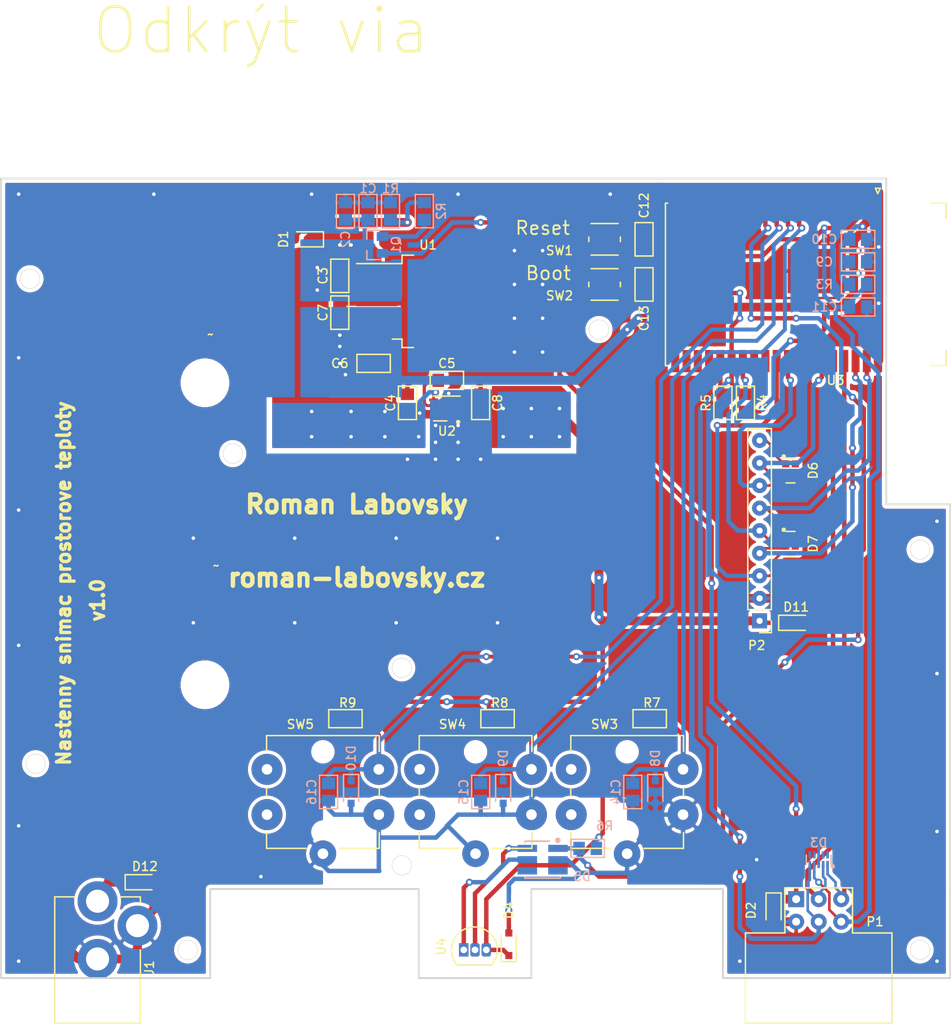
<source format=kicad_pcb>
(kicad_pcb (version 20171130) (host pcbnew "(5.1.6)-1")
  (layers (0 F.Cu signal) (31 B.Cu signal) (34 B.Paste user hide) (35 F.Paste user hide) (36 B.SilkS user hide) (37 F.SilkS user) (38 B.Mask user hide) (39 F.Mask user hide) (44 Edge.Cuts user))
  (net 0 "")
  (net 1 GND)
  (net 2 +5V)
  (net 3 "Net-(C5-Pad1)")
  (net 4 SYS_+3,3V)
  (net 5 OTHER_+3,3V)
  (net 6 /EN)
  (net 7 /IO0)
  (net 8 /button1)
  (net 9 /button2)
  (net 10 /button3)
  (net 11 USB_+5V)
  (net 12 /RXD)
  (net 13 /TXD)
  (net 14 /DISPLAY_CLK)
  (net 15 /DISPLAY_LED)
  (net 16 /DISPLAY_DCRS)
  (net 17 /DISPLAY_CS)
  (net 18 /DISPLAY_RST)
  (net 19 /DISPLAY_MOSI)
  (net 20 "Net-(Q1-Pad1)")
  (net 21 /1wire_data)
  (net 22 "Net-(D5-Pad6)")
  (net 23 /NOT_CONNECTED)
  (net 24 "Net-(C6-Pad1)")
  (net 25 VDC)
  (net 26 "Net-(D5-Pad5)")
  (net 27 "Net-(R5-Pad1)")
  (net 28 "Net-(D3-Pad6)")
  (net 29 "Net-(D3-Pad7)")
  (net 30 "Net-(D3-Pad9)")
  (net 31 "Net-(D3-Pad10)")
  (net 32 "Net-(D5-Pad3)")
  (net 33 "Net-(D5-Pad4)")
  (net 34 "Net-(D6-Pad6)")
  (net 35 "Net-(D6-Pad7)")
  (net 36 "Net-(D6-Pad2)")
  (net 37 "Net-(D6-Pad9)")
  (net 38 "Net-(D6-Pad10)")
  (net 39 "Net-(D7-Pad6)")
  (net 40 "Net-(D7-Pad7)")
  (net 41 "Net-(D7-Pad9)")
  (net 42 "Net-(D7-Pad10)")
  (net 43 "Net-(SW1-Pad2)")
  (net 44 "Net-(SW1-Pad3)")
  (net 45 "Net-(SW2-Pad2)")
  (net 46 "Net-(SW2-Pad3)")
  (net 47 "Net-(SW3-Pad2)")
  (net 48 "Net-(SW3-Pad4)")
  (net 49 "Net-(SW4-Pad2)")
  (net 50 "Net-(SW4-Pad4)")
  (net 51 "Net-(SW5-Pad2)")
  (net 52 "Net-(SW5-Pad4)")
  (net 53 "Net-(U3-Pad5)")
  (net 54 "Net-(U3-Pad31)")
  (net 55 "Net-(U3-Pad4)")
  (net 56 "Net-(U3-Pad20)")
  (net 57 "Net-(U3-Pad7)")
  (net 58 "Net-(U3-Pad22)")
  (net 59 "Net-(U3-Pad27)")
  (net 60 "Net-(U3-Pad28)")
  (net 61 "Net-(U3-Pad32)")
  (net 62 "Net-(U3-Pad6)")
  (net 63 "Net-(U3-Pad21)")
  (net 64 "Net-(U3-Pad18)")
  (net 65 "Net-(U3-Pad19)")
  (net 66 "Net-(U3-Pad17)")
  (net 67 "Net-(U3-Pad13)")
  (net 68 "Net-(U3-Pad12)")
  (net 69 "Net-(U3-Pad14)")
  (net 70 "Net-(U3-Pad23)")
  (net 71 "Net-(U3-Pad16)")
  (module connector_rl:2x3_pin_header_MLW06A (layer F.Cu) (at 130.175 151.13 270)
    (fp_text reference P1 (at 1.27 -6.35 180) (layer F.SilkS) (effects (font (thickness 0.17))))
    (fp_text value 2x3_pins_header)
    (pad 2 thru_hole oval (at 1.27 2.54 270) (size 1.8 1.8) (drill 0.9) (layers *.Cu *.Mask) (net 1 GND))
    (pad 4 thru_hole oval (at 1.27 0 270) (size 1.8 1.8) (drill 0.9) (layers *.Cu *.Mask) (net 7 /IO0))
    (pad 3 thru_hole oval (at -1.27 0 270) (size 1.8 1.8) (drill 0.9) (layers *.Cu *.Mask) (net 12 /RXD))
    (pad 1 thru_hole rect (at -1.27 2.54 270) (size 1.8 1.8) (drill 0.9) (layers *.Cu *.Mask) (net 11 USB_+5V))
    (pad 6 thru_hole oval (at 1.27 -2.54 270) (size 1.8 1.8) (drill 0.9) (layers *.Cu *.Mask) (net 6 /EN))
    (pad 5 thru_hole oval (at -1.27 -2.54 270) (size 1.8 1.8) (drill 0.9) (layers *.Cu *.Mask) (net 13 /TXD))
  )
  (module package_son_rl:son_8 (layer F.Cu) (at 88.265 94.615 180)
    (fp_text reference U2 (at 0 -2.54) (layer F.SilkS) (effects (font (thickness 0.17))))
    (fp_text value TPS7A8033DRBR)
    (pad 6 smd rect (at 1.4859 0.325 180) (size 1 0.31) (layers F.Cu F.Paste F.Mask) (net 3 "Net-(C5-Pad1)"))
    (pad 1 smd rect (at -1.4859 -0.975 180) (size 1 0.31) (layers F.Cu F.Paste F.Mask) (net 5 OTHER_+3,3V))
    (pad 9 smd rect (at 0 0 180) (size 1.5 1.75) (layers F.Cu F.Mask) (net 1 GND))
    (pad 8 smd rect (at 1.4859 -0.975 180) (size 1 0.31) (layers F.Cu F.Paste F.Mask) (net 2 +5V))
    (pad 7 smd rect (at 1.4859 -0.325 180) (size 1 0.31) (layers F.Cu F.Paste F.Mask) (net 2 +5V))
    (pad 4 smd rect (at -1.4859 0.975 180) (size 1 0.31) (layers F.Cu F.Paste F.Mask) (net 1 GND))
    (pad 3 smd rect (at -1.4859 0.325 180) (size 1 0.31) (layers F.Cu F.Paste F.Mask) (net 5 OTHER_+3,3V))
    (pad 2 smd rect (at -1.4859 -0.325 180) (size 1 0.31) (layers F.Cu F.Paste F.Mask) (net 5 OTHER_+3,3V))
    (pad 5 smd rect (at 1.4859 0.975 180) (size 1 0.31) (layers F.Cu F.Paste F.Mask) (net 2 +5V))
  )
  (module diode_smd_rl:sod_323 (layer F.Cu) (at 53.975 147.955)
    (fp_text reference D12 (at 0.254 -1.778) (layer F.SilkS) (effects (font (thickness 0.17))))
    (fp_text value SD05.TCT)
    (pad 1 smd rect (at -1.27 0) (size 0.8 0.8) (layers F.Cu F.Paste F.Mask) (net 25 VDC))
    (pad 2 smd rect (at 1.27 0) (size 0.8 0.8) (layers F.Cu F.Paste F.Mask) (net 1 GND))
  )
  (module mounting_hole_rl:mounting_hole_3,2mm_5,5mm (layer F.Cu) (at 62.27 116.485)
    (fp_text reference ~ (at 0 -4.2) (layer F.SilkS))
    (fp_text value mounting_hole_3,2mm_5,5mm)
    (pad "" np_thru_hole circle (at -1.27 9.235) (size 3.2 3.2) (drill 3.2) (layers *.Cu *.Mask) (clearance 1.15))
  )
  (module mounting_hole_rl:mounting_hole_3,2mm_5,5mm (layer F.Cu) (at 61.635 90.45)
    (fp_text reference ~ (at 0 -4.2) (layer F.SilkS))
    (fp_text value mounting_hole_3,2mm_5,5mm)
    (pad "" np_thru_hole circle (at -0.635 1.27) (size 3.2 3.2) (drill 3.2) (layers *.Cu *.Mask) (clearance 1.15))
  )
  (module dc_barrel_jack_rl:PC-GK2.1 (layer F.Cu) (at 48.895 156.845 90)
    (fp_text reference J1 (at -0.762 5.842 90) (layer F.SilkS) (effects (font (thickness 0.17))))
    (fp_text value dc_barrel_jack)
    (pad 1 thru_hole circle (at 6.75 0 90) (size 4.5 4.5) (drill 2.6) (layers *.Cu *.Mask) (net 25 VDC))
    (pad 3 thru_hole circle (at 0.25 0 90) (size 4.5 4.5) (drill 2.6) (layers *.Cu *.Mask) (net 1 GND))
    (pad 2 thru_hole circle (at 4 4.5 90) (size 4.5 4.5) (drill 2.6) (layers *.Cu *.Mask) (net 1 GND))
  )
  (module package_to_rl:to_263_5 (layer F.Cu) (at 86.16 82.55)
    (fp_text reference U1 (at 0 -6.35) (layer F.SilkS) (effects (font (thickness 0.17))))
    (fp_text value TPS79633KTTR)
    (pad 2 smd rect (at -5.775 -1.7) (size 4.6 1.1) (layers F.Cu F.Paste F.Mask) (net 2 +5V))
    (pad 5 smd rect (at -5.775 3.4) (size 4.6 1.1) (layers F.Cu F.Paste F.Mask) (net 24 "Net-(C6-Pad1)"))
    (pad 4 smd rect (at -5.775 1.7) (size 4.6 1.1) (layers F.Cu F.Paste F.Mask) (net 4 SYS_+3,3V))
    (pad 1 smd rect (at -5.775 -3.4) (size 4.6 1.1) (layers F.Cu F.Paste F.Mask) (net 2 +5V))
    (pad 3 smd rect (at -5.775 0) (size 4.6 1.1) (layers F.Cu F.Paste F.Mask) (net 1 GND))
    (pad 3 smd rect (at 3.375 0) (size 9.4 10.8) (layers F.Cu F.Mask) (net 1 GND))
  )
  (module package_dfn_rl:dfn_2510a_10 (layer B.Cu) (at 130.175 145.415 90)
    (fp_text reference D3 (at 1.905 0) (layer B.SilkS) (effects (font (thickness 0.17)) (justify mirror)))
    (fp_text value PHDMI2AB4Z)
    (pad 4 smd rect (at -0.54 -0.5 180) (size 0.3 0.8) (layers B.Cu B.Paste B.Mask) (net 6 /EN))
    (pad 1 smd rect (at -0.54 1 180) (size 0.3 0.8) (layers B.Cu B.Paste B.Mask) (net 13 /TXD))
    (pad 6 smd rect (at 0.54 -1 180) (size 0.3 0.8) (layers B.Cu B.Paste B.Mask) (net 28 "Net-(D3-Pad6)"))
    (pad 7 smd rect (at 0.54 -0.5 180) (size 0.3 0.8) (layers B.Cu B.Paste B.Mask) (net 29 "Net-(D3-Pad7)"))
    (pad 3 smd rect (at -0.54 0 180) (size 0.3 0.8) (layers B.Cu B.Paste B.Mask) (net 1 GND))
    (pad 2 smd rect (at -0.54 0.5 180) (size 0.3 0.8) (layers B.Cu B.Paste B.Mask) (net 12 /RXD))
    (pad 5 smd rect (at -0.54 -1 180) (size 0.3 0.8) (layers B.Cu B.Paste B.Mask) (net 7 /IO0))
    (pad 8 smd rect (at 0.54 0 180) (size 0.3 0.8) (layers B.Cu B.Paste B.Mask) (net 1 GND))
    (pad 9 smd rect (at 0.54 0.5 180) (size 0.3 0.8) (layers B.Cu B.Paste B.Mask) (net 30 "Net-(D3-Pad9)"))
    (pad 10 smd rect (at 0.54 1 180) (size 0.3 0.8) (layers B.Cu B.Paste B.Mask) (net 31 "Net-(D3-Pad10)"))
  )
  (module package_dfn_rl:dfn_2510a_10 (layer F.Cu) (at 127 109.855)
    (fp_text reference D7 (at 2.54 0 90) (layer F.SilkS) (effects (font (thickness 0.17))))
    (fp_text value PHDMI2AB4Z)
    (pad 4 smd rect (at -0.54 0.5 270) (size 0.3 0.8) (layers F.Cu F.Paste F.Mask) (net 18 /DISPLAY_RST))
    (pad 1 smd rect (at -0.54 -1 270) (size 0.3 0.8) (layers F.Cu F.Paste F.Mask) (net 19 /DISPLAY_MOSI))
    (pad 6 smd rect (at 0.54 1 270) (size 0.3 0.8) (layers F.Cu F.Paste F.Mask) (net 39 "Net-(D7-Pad6)"))
    (pad 7 smd rect (at 0.54 0.5 270) (size 0.3 0.8) (layers F.Cu F.Paste F.Mask) (net 40 "Net-(D7-Pad7)"))
    (pad 3 smd rect (at -0.54 0 270) (size 0.3 0.8) (layers F.Cu F.Paste F.Mask) (net 1 GND))
    (pad 2 smd rect (at -0.54 -0.5 270) (size 0.3 0.8) (layers F.Cu F.Paste F.Mask) (net 16 /DISPLAY_DCRS))
    (pad 5 smd rect (at -0.54 1 270) (size 0.3 0.8) (layers F.Cu F.Paste F.Mask) (net 17 /DISPLAY_CS))
    (pad 8 smd rect (at 0.54 0 270) (size 0.3 0.8) (layers F.Cu F.Paste F.Mask) (net 1 GND))
    (pad 9 smd rect (at 0.54 -0.5 270) (size 0.3 0.8) (layers F.Cu F.Paste F.Mask) (net 41 "Net-(D7-Pad9)"))
    (pad 10 smd rect (at 0.54 -1 270) (size 0.3 0.8) (layers F.Cu F.Paste F.Mask) (net 42 "Net-(D7-Pad10)"))
  )
  (module package_dfn_rl:dfn_2510a_10 (layer F.Cu) (at 127 101.6)
    (fp_text reference D6 (at 2.54 0 90) (layer F.SilkS) (effects (font (thickness 0.17))))
    (fp_text value PHDMI2AB4Z)
    (pad 4 smd rect (at -0.54 0.5 270) (size 0.3 0.8) (layers F.Cu F.Paste F.Mask) (net 15 /DISPLAY_LED))
    (pad 1 smd rect (at -0.54 -1 270) (size 0.3 0.8) (layers F.Cu F.Paste F.Mask) (net 23 /NOT_CONNECTED))
    (pad 6 smd rect (at 0.54 1 270) (size 0.3 0.8) (layers F.Cu F.Paste F.Mask) (net 34 "Net-(D6-Pad6)"))
    (pad 7 smd rect (at 0.54 0.5 270) (size 0.3 0.8) (layers F.Cu F.Paste F.Mask) (net 35 "Net-(D6-Pad7)"))
    (pad 3 smd rect (at -0.54 0 270) (size 0.3 0.8) (layers F.Cu F.Paste F.Mask) (net 1 GND))
    (pad 2 smd rect (at -0.54 -0.5 270) (size 0.3 0.8) (layers F.Cu F.Paste F.Mask) (net 36 "Net-(D6-Pad2)"))
    (pad 5 smd rect (at -0.54 1 270) (size 0.3 0.8) (layers F.Cu F.Paste F.Mask) (net 14 /DISPLAY_CLK))
    (pad 8 smd rect (at 0.54 0 270) (size 0.3 0.8) (layers F.Cu F.Paste F.Mask) (net 1 GND))
    (pad 9 smd rect (at 0.54 -0.5 270) (size 0.3 0.8) (layers F.Cu F.Paste F.Mask) (net 37 "Net-(D6-Pad9)"))
    (pad 10 smd rect (at 0.54 -1 270) (size 0.3 0.8) (layers F.Cu F.Paste F.Mask) (net 38 "Net-(D6-Pad10)"))
  )
  (module esp32_module_rl:ESP32-WROVER-IE (layer F.Cu) (at 125.095 80.645 270)
    (fp_text reference U3 (at 10.795 -6.985 180) (layer F.SilkS) (effects (font (thickness 0.17))))
    (fp_text value ESP32-WROVER-IE)
    (pad 39 smd rect (at -1.5 -4.08 270) (size 5 5) (layers F.Cu F.Paste F.Mask) (net 1 GND))
    (pad 38 smd rect (at 8.625 -11.775 270) (size 2.5 0.9) (layers F.Cu F.Paste F.Mask) (net 1 GND))
    (pad 37 smd rect (at 8.625 -10.505 270) (size 2.5 0.9) (layers F.Cu F.Paste F.Mask) (net 19 /DISPLAY_MOSI))
    (pad 36 smd rect (at 8.625 -9.235 270) (size 2.5 0.9) (layers F.Cu F.Paste F.Mask) (net 18 /DISPLAY_RST))
    (pad 13 smd rect (at -8.625 3.465 270) (size 2.5 0.9) (layers F.Cu F.Paste F.Mask) (net 67 "Net-(U3-Pad13)"))
    (pad 5 smd rect (at -8.625 -6.695 270) (size 2.5 0.9) (layers F.Cu F.Paste F.Mask) (net 53 "Net-(U3-Pad5)"))
    (pad 31 smd rect (at 8.625 -2.885 270) (size 2.5 0.9) (layers F.Cu F.Paste F.Mask) (net 54 "Net-(U3-Pad31)"))
    (pad 11 smd rect (at -8.625 0.925 270) (size 2.5 0.9) (layers F.Cu F.Paste F.Mask) (net 21 /1wire_data))
    (pad 8 smd rect (at -8.625 -2.885 270) (size 2.5 0.9) (layers F.Cu F.Paste F.Mask) (net 8 /button1))
    (pad 4 smd rect (at -8.625 -7.965 270) (size 2.5 0.9) (layers F.Cu F.Paste F.Mask) (net 55 "Net-(U3-Pad4)"))
    (pad 2 smd rect (at -8.625 -10.505 270) (size 2.5 0.9) (layers F.Cu F.Paste F.Mask) (net 4 SYS_+3,3V))
    (pad 33 smd rect (at 8.625 -5.425 270) (size 2.5 0.9) (layers F.Cu F.Paste F.Mask) (net 15 /DISPLAY_LED))
    (pad 12 smd rect (at -8.625 2.195 270) (size 2.5 0.9) (layers F.Cu F.Paste F.Mask) (net 68 "Net-(U3-Pad12)"))
    (pad 3 smd rect (at -8.625 -9.235 270) (size 2.5 0.9) (layers F.Cu F.Paste F.Mask) (net 6 /EN))
    (pad 20 smd rect (at 8.636 11.085) (size 0.9 2.5) (layers F.Cu F.Paste F.Mask) (net 56 "Net-(U3-Pad20)"))
    (pad 14 smd rect (at -8.625 4.735 270) (size 2.5 0.9) (layers F.Cu F.Paste F.Mask) (net 69 "Net-(U3-Pad14)"))
    (pad 9 smd rect (at -8.625 -1.615 270) (size 2.5 0.9) (layers F.Cu F.Paste F.Mask) (net 9 /button2))
    (pad 26 smd rect (at 8.625 3.465 270) (size 2.5 0.9) (layers F.Cu F.Paste F.Mask) (net 16 /DISPLAY_DCRS))
    (pad 25 smd rect (at 8.636 4.735 270) (size 2.5 0.9) (layers F.Cu F.Paste F.Mask) (net 7 /IO0))
    (pad 30 smd rect (at 8.625 -1.615 270) (size 2.5 0.9) (layers F.Cu F.Paste F.Mask) (net 14 /DISPLAY_CLK))
    (pad 7 smd rect (at -8.625 -4.155 270) (size 2.5 0.9) (layers F.Cu F.Paste F.Mask) (net 57 "Net-(U3-Pad7)"))
    (pad 22 smd rect (at 8.636 8.545) (size 0.9 2.5) (layers F.Cu F.Paste F.Mask) (net 58 "Net-(U3-Pad22)"))
    (pad 27 smd rect (at 8.625 2.195 270) (size 2.5 0.9) (layers F.Cu F.Paste F.Mask) (net 59 "Net-(U3-Pad27)"))
    (pad 35 smd rect (at 8.625 -7.965 270) (size 2.5 0.9) (layers F.Cu F.Paste F.Mask) (net 13 /TXD))
    (pad 23 smd rect (at 8.625 7.275 270) (size 2.5 0.9) (layers F.Cu F.Paste F.Mask) (net 70 "Net-(U3-Pad23)"))
    (pad 28 smd rect (at 8.625 0.925 270) (size 2.5 0.9) (layers F.Cu F.Paste F.Mask) (net 60 "Net-(U3-Pad28)"))
    (pad 32 smd rect (at 8.625 -4.155 270) (size 2.5 0.9) (layers F.Cu F.Paste F.Mask) (net 61 "Net-(U3-Pad32)"))
    (pad 34 smd rect (at 8.625 -6.695 270) (size 2.5 0.9) (layers F.Cu F.Paste F.Mask) (net 12 /RXD))
    (pad 29 smd rect (at 8.625 -0.345 270) (size 2.5 0.9) (layers F.Cu F.Paste F.Mask) (net 17 /DISPLAY_CS))
    (pad 10 smd rect (at -8.625 -0.345 270) (size 2.5 0.9) (layers F.Cu F.Paste F.Mask) (net 10 /button3))
    (pad 6 smd rect (at -8.625 -5.425 270) (size 2.5 0.9) (layers F.Cu F.Paste F.Mask) (net 62 "Net-(U3-Pad6)"))
    (pad 21 smd rect (at 8.636 9.815) (size 0.9 2.5) (layers F.Cu F.Paste F.Mask) (net 63 "Net-(U3-Pad21)"))
    (pad 24 smd rect (at 8.625 6.005 270) (size 2.5 0.9) (layers F.Cu F.Paste F.Mask) (net 27 "Net-(R5-Pad1)"))
    (pad 18 smd rect (at -8.636 9.815) (size 0.9 2.5) (layers F.Cu F.Paste F.Mask) (net 64 "Net-(U3-Pad18)"))
    (pad 1 smd rect (at -8.625 -11.775 270) (size 2.5 0.9) (layers F.Cu F.Paste F.Mask) (net 1 GND))
    (pad 19 smd rect (at -8.636 11.085) (size 0.9 2.5) (layers F.Cu F.Paste F.Mask) (net 65 "Net-(U3-Pad19)"))
    (pad 16 smd rect (at -8.625 7.275 90) (size 2.5 0.9) (layers F.Cu F.Paste F.Mask) (net 71 "Net-(U3-Pad16)"))
    (pad 17 smd rect (at -8.636 8.545) (size 0.9 2.5) (layers F.Cu F.Paste F.Mask) (net 66 "Net-(U3-Pad17)"))
    (pad 15 smd rect (at -8.625 6.005 90) (size 2.5 0.9) (layers F.Cu F.Paste F.Mask) (net 1 GND))
  )
  (module connector_rl:1x9_v_pin_header (layer F.Cu) (at 123.515 107.1 180)
    (fp_text reference P2 (at 0.325 -14.185) (layer F.SilkS) (effects (font (thickness 0.17))))
    (fp_text value 1x9_pin_header)
    (pad 4 thru_hole oval (at 0 -3.81 180) (size 1.7 1.7) (drill 0.7) (layers *.Cu *.Mask) (net 18 /DISPLAY_RST))
    (pad 5 thru_hole oval (at 0 -1.27 180) (size 1.7 1.7) (drill 0.7) (layers *.Cu *.Mask) (net 16 /DISPLAY_DCRS))
    (pad 9 thru_hole oval (at 0 8.89 180) (size 1.7 1.7) (drill 0.7) (layers *.Cu *.Mask) (net 23 /NOT_CONNECTED))
    (pad 8 thru_hole oval (at 0 6.35 180) (size 1.7 1.7) (drill 0.7) (layers *.Cu *.Mask) (net 15 /DISPLAY_LED))
    (pad 2 thru_hole oval (at 0 -8.89 180) (size 1.7 1.7) (drill 0.7) (layers *.Cu *.Mask) (net 1 GND))
    (pad 1 thru_hole rect (at 0 -11.43 180) (size 1.7 1.7) (drill 0.7) (layers *.Cu *.Mask) (net 5 OTHER_+3,3V))
    (pad 3 thru_hole oval (at 0 -6.35 180) (size 1.7 1.7) (drill 0.7) (layers *.Cu *.Mask) (net 17 /DISPLAY_CS))
    (pad 6 thru_hole oval (at 0 1.27 180) (size 1.7 1.7) (drill 0.7) (layers *.Cu *.Mask) (net 19 /DISPLAY_MOSI))
    (pad 7 thru_hole oval (at 0 3.81 180) (size 1.7 1.7) (drill 0.7) (layers *.Cu *.Mask) (net 14 /DISPLAY_CLK))
  )
  (module package_tsoc_rl:tsoc_6 (layer B.Cu) (at 99.06 145.415 180)
    (fp_text reference D5 (at -4.445 -1.905) (layer B.SilkS) (effects (font (thickness 0.17)) (justify mirror)))
    (fp_text value DS9503_us)
    (pad 2 smd rect (at -1.7272 0 180) (size 2.2 0.8) (layers B.Cu B.Paste B.Mask) (net 1 GND))
    (pad 3 smd rect (at -1.7272 -1.27 180) (size 2.2 0.8) (layers B.Cu B.Paste B.Mask) (net 32 "Net-(D5-Pad3)"))
    (pad 1 smd rect (at -1.7272 1.27 180) (size 2.2 0.8) (layers B.Cu B.Paste B.Mask) (net 21 /1wire_data))
    (pad 4 smd rect (at 1.7272 -1.27 180) (size 2.2 0.8) (layers B.Cu B.Paste B.Mask) (net 33 "Net-(D5-Pad4)"))
    (pad 5 smd rect (at 1.7272 0 180) (size 2.2 0.8) (layers B.Cu B.Paste B.Mask) (net 26 "Net-(D5-Pad5)"))
    (pad 6 smd rect (at 1.7272 1.27 180) (size 2.2 0.8) (layers B.Cu B.Paste B.Mask) (net 22 "Net-(D5-Pad6)"))
  )
  (module package_to_rl:to_92_in_line (layer F.Cu) (at 91.44 155.575)
    (fp_text reference U4 (at -3.81 -0.381 90) (layer F.SilkS) (effects (font (thickness 0.17))))
    (fp_text value DS18B20)
    (pad 3 thru_hole roundrect (at 1.27 0) (size 1.05 1.5) (drill 0.75) (layers *.Cu *.Mask) (net 5 OTHER_+3,3V))
    (pad 2 thru_hole roundrect (at 0 0) (size 1.05 1.5) (drill 0.75) (layers *.Cu *.Mask) (net 22 "Net-(D5-Pad6)"))
    (pad 1 thru_hole rect (at -1.27 0) (size 1.05 1.5) (drill 0.75) (layers *.Cu *.Mask) (net 26 "Net-(D5-Pad5)"))
  )
  (module microswitch_smd_rl:TVAF18BB (layer F.Cu) (at 106.045 80.645 180)
    (fp_text reference SW2 (at 5.08 -1.27) (layer F.SilkS) (effects (font (thickness 0.17))))
    (fp_text value TVAF18BB)
    (pad 4 smd rect (at 1.875 1 180) (size 2 1) (layers F.Cu F.Paste F.Mask) (net 1 GND))
    (pad 2 smd rect (at 1.875 -1 180) (size 2 1) (layers F.Cu F.Paste F.Mask) (net 45 "Net-(SW2-Pad2)"))
    (pad 3 smd rect (at -1.875 1 180) (size 2 1) (layers F.Cu F.Paste F.Mask) (net 46 "Net-(SW2-Pad3)"))
    (pad 1 smd rect (at -1.875 -1 180) (size 2 1) (layers F.Cu F.Paste F.Mask) (net 7 /IO0))
  )
  (module microswitch_smd_rl:TVAF18BB (layer F.Cu) (at 106.045 75.565 180)
    (fp_text reference SW1 (at 5.08 -1.27) (layer F.SilkS) (effects (font (thickness 0.17))))
    (fp_text value TVAF18BB)
    (pad 4 smd rect (at 1.875 1 180) (size 2 1) (layers F.Cu F.Paste F.Mask) (net 1 GND))
    (pad 2 smd rect (at 1.875 -1 180) (size 2 1) (layers F.Cu F.Paste F.Mask) (net 43 "Net-(SW1-Pad2)"))
    (pad 3 smd rect (at -1.875 1 180) (size 2 1) (layers F.Cu F.Paste F.Mask) (net 44 "Net-(SW1-Pad3)"))
    (pad 1 smd rect (at -1.875 -1 180) (size 2 1) (layers F.Cu F.Paste F.Mask) (net 6 /EN))
  )
  (module diode_smd_rl:sod_323 (layer F.Cu) (at 95.25 154.94 90)
    (fp_text reference D4 (at 3.81 0 270) (layer F.SilkS) (effects (font (thickness 0.17))))
    (fp_text value SD05.TCT)
    (pad 1 smd rect (at -1.27 0 90) (size 0.8 0.8) (layers F.Cu F.Paste F.Mask) (net 5 OTHER_+3,3V))
    (pad 2 smd rect (at 1.27 0 90) (size 0.8 0.8) (layers F.Cu F.Paste F.Mask) (net 1 GND))
  )
  (module resistor_smd_rl:r_0805 (layer F.Cu) (at 119.38 93.98 270)
    (fp_text reference R5 (at 0 1.905 90) (layer F.SilkS) (effects (font (thickness 0.17))))
    (fp_text value 10k)
    (pad 1 smd rect (at -0.97 0 270) (size 1.3 1.5) (layers F.Cu F.Paste F.Mask) (net 27 "Net-(R5-Pad1)"))
    (pad 2 smd rect (at 0.97 0 270) (size 1.3 1.5) (layers F.Cu F.Paste F.Mask) (net 1 GND))
  )
  (module microswitch_tht_rl:B3F-4150 (layer F.Cu) (at 74.295 137.795)
    (fp_text reference SW5 (at -2.54 -7.62) (layer F.SilkS) (effects (font (thickness 0.17))))
    (fp_text value B3F-4150)
    (pad "" np_thru_hole circle (at 0 4.525) (size 1.85 1.85) (drill 1.85) (layers *.Cu *.Mask))
    (pad "" np_thru_hole circle (at 0 -4.525) (size 1.85 1.85) (drill 1.85) (layers *.Cu *.Mask))
    (pad 5 thru_hole circle (at 0 6.95) (size 3 3) (drill 1.2) (layers *.Cu *.Mask) (net 1 GND))
    (pad 1 thru_hole circle (at 6.3 2.55) (size 3.5 3.5) (drill 1.2) (layers *.Cu *.Mask) (net 1 GND))
    (pad 3 thru_hole circle (at 6.3 -2.55) (size 3.5 3.5) (drill 1.2) (layers *.Cu *.Mask) (net 10 /button3))
    (pad 2 thru_hole circle (at -6.3 2.55) (size 3.5 3.5) (drill 1.2) (layers *.Cu *.Mask) (net 51 "Net-(SW5-Pad2)"))
    (pad 4 thru_hole circle (at -6.3 -2.55) (size 3.5 3.5) (drill 1.2) (layers *.Cu *.Mask) (net 52 "Net-(SW5-Pad4)"))
  )
  (module microswitch_tht_rl:B3F-4150 (layer F.Cu) (at 91.5 137.795)
    (fp_text reference SW4 (at -2.6 -7.62) (layer F.SilkS) (effects (font (thickness 0.17))))
    (fp_text value B3F-4150)
    (pad "" np_thru_hole circle (at 0 4.525) (size 1.85 1.85) (drill 1.85) (layers *.Cu *.Mask))
    (pad "" np_thru_hole circle (at 0 -4.525) (size 1.85 1.85) (drill 1.85) (layers *.Cu *.Mask))
    (pad 5 thru_hole circle (at 0 6.95) (size 3 3) (drill 1.2) (layers *.Cu *.Mask) (net 1 GND))
    (pad 1 thru_hole circle (at 6.3 2.55) (size 3.5 3.5) (drill 1.2) (layers *.Cu *.Mask) (net 1 GND))
    (pad 3 thru_hole circle (at 6.3 -2.55) (size 3.5 3.5) (drill 1.2) (layers *.Cu *.Mask) (net 9 /button2))
    (pad 2 thru_hole circle (at -6.3 2.55) (size 3.5 3.5) (drill 1.2) (layers *.Cu *.Mask) (net 49 "Net-(SW4-Pad2)"))
    (pad 4 thru_hole circle (at -6.3 -2.55) (size 3.5 3.5) (drill 1.2) (layers *.Cu *.Mask) (net 50 "Net-(SW4-Pad4)"))
  )
  (module microswitch_tht_rl:B3F-4150 (layer F.Cu) (at 108.585 137.795)
    (fp_text reference SW3 (at -2.54 -7.62) (layer F.SilkS) (effects (font (thickness 0.17))))
    (fp_text value B3F-4150)
    (pad "" np_thru_hole circle (at 0 4.525) (size 1.85 1.85) (drill 1.85) (layers *.Cu *.Mask))
    (pad "" np_thru_hole circle (at 0 -4.525) (size 1.85 1.85) (drill 1.85) (layers *.Cu *.Mask))
    (pad 5 thru_hole circle (at 0 6.95) (size 3 3) (drill 1.2) (layers *.Cu *.Mask) (net 1 GND))
    (pad 1 thru_hole circle (at 6.3 2.55) (size 3.5 3.5) (drill 1.2) (layers *.Cu *.Mask) (net 1 GND))
    (pad 3 thru_hole circle (at 6.3 -2.55) (size 3.5 3.5) (drill 1.2) (layers *.Cu *.Mask) (net 8 /button1))
    (pad 2 thru_hole circle (at -6.3 2.55) (size 3.5 3.5) (drill 1.2) (layers *.Cu *.Mask) (net 47 "Net-(SW3-Pad2)"))
    (pad 4 thru_hole circle (at -6.3 -2.55) (size 3.5 3.5) (drill 1.2) (layers *.Cu *.Mask) (net 48 "Net-(SW3-Pad4)"))
  )
  (module resistor_smd_rl:r_0805 (layer F.Cu) (at 76.835 129.54)
    (fp_text reference R9 (at 0.254 -1.778) (layer F.SilkS) (effects (font (thickness 0.17))))
    (fp_text value 10k)
    (pad 1 smd rect (at -0.97 0) (size 1.3 1.5) (layers F.Cu F.Paste F.Mask) (net 5 OTHER_+3,3V))
    (pad 2 smd rect (at 0.97 0) (size 1.3 1.5) (layers F.Cu F.Paste F.Mask) (net 10 /button3))
  )
  (module resistor_smd_rl:r_0805 (layer F.Cu) (at 93.98 129.54)
    (fp_text reference R8 (at 0.254 -1.778) (layer F.SilkS) (effects (font (thickness 0.17))))
    (fp_text value 10k)
    (pad 1 smd rect (at -0.97 0) (size 1.3 1.5) (layers F.Cu F.Paste F.Mask) (net 5 OTHER_+3,3V))
    (pad 2 smd rect (at 0.97 0) (size 1.3 1.5) (layers F.Cu F.Paste F.Mask) (net 9 /button2))
  )
  (module resistor_smd_rl:r_0805 (layer F.Cu) (at 111.125 129.54)
    (fp_text reference R7 (at 0.254 -1.778) (layer F.SilkS) (effects (font (thickness 0.17))))
    (fp_text value 10k)
    (pad 1 smd rect (at -0.97 0) (size 1.3 1.5) (layers F.Cu F.Paste F.Mask) (net 5 OTHER_+3,3V))
    (pad 2 smd rect (at 0.97 0) (size 1.3 1.5) (layers F.Cu F.Paste F.Mask) (net 8 /button1))
  )
  (module resistor_smd_rl:r_0805 (layer B.Cu) (at 104.14 144.145 180)
    (fp_text reference R6 (at -1.905 2.54) (layer B.SilkS) (effects (font (thickness 0.17)) (justify mirror)))
    (fp_text value 4,7k)
    (pad 1 smd rect (at -0.97 0 180) (size 1.3 1.5) (layers B.Cu B.Paste B.Mask) (net 5 OTHER_+3,3V))
    (pad 2 smd rect (at 0.97 0 180) (size 1.3 1.5) (layers B.Cu B.Paste B.Mask) (net 21 /1wire_data))
  )
  (module resistor_smd_rl:r_0805 (layer F.Cu) (at 121.92 93.98 90)
    (fp_text reference R4 (at 0 1.905 90) (layer F.SilkS) (effects (font (thickness 0.17))))
    (fp_text value 10k)
    (pad 1 smd rect (at -0.97 0 90) (size 1.3 1.5) (layers F.Cu F.Paste F.Mask) (net 4 SYS_+3,3V))
    (pad 2 smd rect (at 0.97 0 90) (size 1.3 1.5) (layers F.Cu F.Paste F.Mask) (net 7 /IO0))
  )
  (module resistor_smd_rl:r_0805 (layer B.Cu) (at 134.62 80.645)
    (fp_text reference R3 (at -3.81 0) (layer B.SilkS) (effects (font (thickness 0.17)) (justify mirror)))
    (fp_text value 10k)
    (pad 1 smd rect (at -0.97 0) (size 1.3 1.5) (layers B.Cu B.Paste B.Mask) (net 4 SYS_+3,3V))
    (pad 2 smd rect (at 0.97 0) (size 1.3 1.5) (layers B.Cu B.Paste B.Mask) (net 6 /EN))
  )
  (module resistor_smd_rl:r_0805 (layer B.Cu) (at 85.725 72.39 270)
    (fp_text reference R2 (at 0 -1.905 90) (layer B.SilkS) (effects (font (thickness 0.17)) (justify mirror)))
    (fp_text value 100k)
    (pad 1 smd rect (at -0.97 0 270) (size 1.3 1.5) (layers B.Cu B.Paste B.Mask) (net 25 VDC))
    (pad 2 smd rect (at 0.97 0 270) (size 1.3 1.5) (layers B.Cu B.Paste B.Mask) (net 20 "Net-(Q1-Pad1)"))
  )
  (module resistor_smd_rl:r_0805 (layer B.Cu) (at 81.915 72.39 90)
    (fp_text reference R1 (at 2.54 0) (layer B.SilkS) (effects (font (thickness 0.17)) (justify mirror)))
    (fp_text value 100k)
    (pad 1 smd rect (at -0.97 0 90) (size 1.3 1.5) (layers B.Cu B.Paste B.Mask) (net 25 VDC))
    (pad 2 smd rect (at 0.97 0 90) (size 1.3 1.5) (layers B.Cu B.Paste B.Mask) (net 1 GND))
  )
  (module package_sot_rl:sot_23_3 (layer B.Cu) (at 80.01 76.2 180)
    (fp_text reference Q1 (at -2.54 0 90) (layer B.SilkS) (effects (font (thickness 0.17)) (justify mirror)))
    (fp_text value DMG2307L)
    (pad 1 smd rect (at -1 0.95 180) (size 1.3 1) (layers B.Cu B.Paste B.Mask) (net 20 "Net-(Q1-Pad1)"))
    (pad 3 smd rect (at 1 0 180) (size 1.3 1) (layers B.Cu B.Paste B.Mask) (net 2 +5V))
    (pad 2 smd rect (at -1 -0.95 180) (size 1.3 1) (layers B.Cu B.Paste B.Mask) (net 11 USB_+5V))
  )
  (module diode_smd_rl:sod_323 (layer F.Cu) (at 127.635 118.745)
    (fp_text reference D11 (at 0 -1.778) (layer F.SilkS) (effects (font (thickness 0.17))))
    (fp_text value SD05.TCT)
    (pad 1 smd rect (at -1.27 0) (size 0.8 0.8) (layers F.Cu F.Paste F.Mask) (net 5 OTHER_+3,3V))
    (pad 2 smd rect (at 1.27 0) (size 0.8 0.8) (layers F.Cu F.Paste F.Mask) (net 1 GND))
  )
  (module diode_smd_rl:sod_323 (layer B.Cu) (at 77.47 137.795 270)
    (fp_text reference D10 (at -3.81 0 270) (layer B.SilkS) (effects (font (thickness 0.17)) (justify mirror)))
    (fp_text value SD05.TCT)
    (pad 1 smd rect (at -1.27 0 270) (size 0.8 0.8) (layers B.Cu B.Paste B.Mask) (net 10 /button3))
    (pad 2 smd rect (at 1.27 0 270) (size 0.8 0.8) (layers B.Cu B.Paste B.Mask) (net 1 GND))
  )
  (module diode_smd_rl:sod_323 (layer B.Cu) (at 94.615 137.795 270)
    (fp_text reference D9 (at -3.81 0 90) (layer B.SilkS) (effects (font (thickness 0.17)) (justify mirror)))
    (fp_text value SD05.TCT)
    (pad 1 smd rect (at -1.27 0 270) (size 0.8 0.8) (layers B.Cu B.Paste B.Mask) (net 9 /button2))
    (pad 2 smd rect (at 1.27 0 270) (size 0.8 0.8) (layers B.Cu B.Paste B.Mask) (net 1 GND))
  )
  (module diode_smd_rl:sod_323 (layer B.Cu) (at 111.76 137.795 270)
    (fp_text reference D8 (at -3.81 0 90) (layer B.SilkS) (effects (font (thickness 0.17)) (justify mirror)))
    (fp_text value SD05.TCT)
    (pad 1 smd rect (at -1.27 0 270) (size 0.8 0.8) (layers B.Cu B.Paste B.Mask) (net 8 /button1))
    (pad 2 smd rect (at 1.27 0 270) (size 0.8 0.8) (layers B.Cu B.Paste B.Mask) (net 1 GND))
  )
  (module diode_smd_rl:sod_323 (layer F.Cu) (at 125.095 151.13 270)
    (fp_text reference D2 (at 0 2.54 90) (layer F.SilkS) (effects (font (thickness 0.17))))
    (fp_text value SD05.TCT)
    (pad 1 smd rect (at -1.27 0 270) (size 0.8 0.8) (layers F.Cu F.Paste F.Mask) (net 11 USB_+5V))
    (pad 2 smd rect (at 1.27 0 270) (size 0.8 0.8) (layers F.Cu F.Paste F.Mask) (net 1 GND))
  )
  (module diode_smd_rl:sod_323 (layer F.Cu) (at 72.39 75.565 180)
    (fp_text reference D1 (at 2.54 0 -90) (layer F.SilkS) (effects (font (thickness 0.17))))
    (fp_text value BAT60B)
    (pad 1 smd rect (at -1.27 0 180) (size 0.8 0.8) (layers F.Cu F.Paste F.Mask) (net 2 +5V))
    (pad 2 smd rect (at 1.27 0 180) (size 0.8 0.8) (layers F.Cu F.Paste F.Mask) (net 25 VDC))
  )
  (module capacitor_smd_rl:c_0805 (layer B.Cu) (at 74.93 137.795 270)
    (fp_text reference C16 (at 0 1.905 270) (layer B.SilkS) (effects (font (thickness 0.17)) (justify mirror)))
    (fp_text value 100nF)
    (pad 1 smd rect (at -0.97 0 270) (size 1.3 1.5) (layers B.Cu B.Paste B.Mask) (net 10 /button3))
    (pad 2 smd rect (at 0.97 0 270) (size 1.3 1.5) (layers B.Cu B.Paste B.Mask) (net 1 GND))
  )
  (module capacitor_smd_rl:c_0805 (layer B.Cu) (at 92.075 137.795 270)
    (fp_text reference C15 (at 0 1.905 270) (layer B.SilkS) (effects (font (thickness 0.17)) (justify mirror)))
    (fp_text value 100nF)
    (pad 1 smd rect (at -0.97 0 270) (size 1.3 1.5) (layers B.Cu B.Paste B.Mask) (net 9 /button2))
    (pad 2 smd rect (at 0.97 0 270) (size 1.3 1.5) (layers B.Cu B.Paste B.Mask) (net 1 GND))
  )
  (module capacitor_smd_rl:c_0805 (layer B.Cu) (at 109.22 137.795 270)
    (fp_text reference C14 (at 0 1.905 90) (layer B.SilkS) (effects (font (thickness 0.17)) (justify mirror)))
    (fp_text value 100nF)
    (pad 1 smd rect (at -0.97 0 270) (size 1.3 1.5) (layers B.Cu B.Paste B.Mask) (net 8 /button1))
    (pad 2 smd rect (at 0.97 0 270) (size 1.3 1.5) (layers B.Cu B.Paste B.Mask) (net 1 GND))
  )
  (module capacitor_smd_rl:c_0805 (layer F.Cu) (at 110.49 80.645 90)
    (fp_text reference C13 (at -3.81 0 90) (layer F.SilkS) (effects (font (thickness 0.17))))
    (fp_text value 100nF)
    (pad 1 smd rect (at -0.97 0 90) (size 1.3 1.5) (layers F.Cu F.Paste F.Mask) (net 7 /IO0))
    (pad 2 smd rect (at 0.97 0 90) (size 1.3 1.5) (layers F.Cu F.Paste F.Mask) (net 1 GND))
  )
  (module capacitor_smd_rl:c_0805 (layer F.Cu) (at 110.49 75.565 90)
    (fp_text reference C12 (at 3.81 0 90) (layer F.SilkS) (effects (font (thickness 0.17))))
    (fp_text value 100nF)
    (pad 1 smd rect (at -0.97 0 90) (size 1.3 1.5) (layers F.Cu F.Paste F.Mask) (net 6 /EN))
    (pad 2 smd rect (at 0.97 0 90) (size 1.3 1.5) (layers F.Cu F.Paste F.Mask) (net 1 GND))
  )
  (module capacitor_smd_rl:c_0805 (layer B.Cu) (at 134.62 83.185)
    (fp_text reference C11 (at -3.81 0) (layer B.SilkS) (effects (font (thickness 0.17)) (justify mirror)))
    (fp_text value 1uF)
    (pad 1 smd rect (at -0.97 0) (size 1.3 1.5) (layers B.Cu B.Paste B.Mask) (net 6 /EN))
    (pad 2 smd rect (at 0.97 0) (size 1.3 1.5) (layers B.Cu B.Paste B.Mask) (net 1 GND))
  )
  (module capacitor_smd_rl:c_0805 (layer B.Cu) (at 134.62 75.565)
    (fp_text reference C10 (at -3.81 0) (layer B.SilkS) (effects (font (thickness 0.17)) (justify mirror)))
    (fp_text value 100nF)
    (pad 1 smd rect (at -0.97 0) (size 1.3 1.5) (layers B.Cu B.Paste B.Mask) (net 4 SYS_+3,3V))
    (pad 2 smd rect (at 0.97 0) (size 1.3 1.5) (layers B.Cu B.Paste B.Mask) (net 1 GND))
  )
  (module capacitor_smd_rl:c_0805 (layer B.Cu) (at 134.62 78.105)
    (fp_text reference C9 (at -3.81 0) (layer B.SilkS) (effects (font (thickness 0.17)) (justify mirror)))
    (fp_text value 22uF)
    (pad 1 smd rect (at -0.97 0) (size 1.3 1.5) (layers B.Cu B.Paste B.Mask) (net 4 SYS_+3,3V))
    (pad 2 smd rect (at 0.97 0) (size 1.3 1.5) (layers B.Cu B.Paste B.Mask) (net 1 GND))
  )
  (module capacitor_smd_rl:c_0805 (layer F.Cu) (at 92.075 93.98 90)
    (fp_text reference C8 (at 0 1.905 90) (layer F.SilkS) (effects (font (thickness 0.17))))
    (fp_text value 10uF/16V)
    (pad 1 smd rect (at -0.97 0 90) (size 1.3 1.5) (layers F.Cu F.Paste F.Mask) (net 5 OTHER_+3,3V))
    (pad 2 smd rect (at 0.97 0 90) (size 1.3 1.5) (layers F.Cu F.Paste F.Mask) (net 1 GND))
  )
  (module capacitor_smd_rl:c_0805 (layer F.Cu) (at 76.2 83.82 90)
    (fp_text reference C7 (at 0 -1.905 90) (layer F.SilkS) (effects (font (thickness 0.17))))
    (fp_text value 10uF/16V)
    (pad 1 smd rect (at -0.97 0 90) (size 1.3 1.5) (layers F.Cu F.Paste F.Mask) (net 4 SYS_+3,3V))
    (pad 2 smd rect (at 0.97 0 90) (size 1.3 1.5) (layers F.Cu F.Paste F.Mask) (net 1 GND))
  )
  (module capacitor_smd_rl:c_0805 (layer F.Cu) (at 80.01 89.535)
    (fp_text reference C6 (at -3.81 0) (layer F.SilkS) (effects (font (thickness 0.17))))
    (fp_text value 10nF/16V)
    (pad 1 smd rect (at -0.97 0) (size 1.3 1.5) (layers F.Cu F.Paste F.Mask) (net 24 "Net-(C6-Pad1)"))
    (pad 2 smd rect (at 0.97 0) (size 1.3 1.5) (layers F.Cu F.Paste F.Mask) (net 1 GND))
  )
  (module capacitor_smd_rl:c_0805 (layer F.Cu) (at 88.265 91.44)
    (fp_text reference C5 (at 0 -1.905) (layer F.SilkS) (effects (font (thickness 0.17))))
    (fp_text value 10nF/16V)
    (pad 1 smd rect (at -0.97 0) (size 1.3 1.5) (layers F.Cu F.Paste F.Mask) (net 3 "Net-(C5-Pad1)"))
    (pad 2 smd rect (at 0.97 0) (size 1.3 1.5) (layers F.Cu F.Paste F.Mask) (net 1 GND))
  )
  (module capacitor_smd_rl:c_0805 (layer F.Cu) (at 83.82 93.98 90)
    (fp_text reference C4 (at 0 -1.905 90) (layer F.SilkS) (effects (font (thickness 0.17))))
    (fp_text value 2.2uF/16V)
    (pad 1 smd rect (at -0.97 0 90) (size 1.3 1.5) (layers F.Cu F.Paste F.Mask) (net 2 +5V))
    (pad 2 smd rect (at 0.97 0 90) (size 1.3 1.5) (layers F.Cu F.Paste F.Mask) (net 1 GND))
  )
  (module capacitor_smd_rl:c_0805 (layer F.Cu) (at 76.2 79.675 270)
    (fp_text reference C3 (at 0 1.905 90) (layer F.SilkS) (effects (font (thickness 0.17))))
    (fp_text value 2.2uF/16V)
    (pad 1 smd rect (at -0.97 0 270) (size 1.3 1.5) (layers F.Cu F.Paste F.Mask) (net 2 +5V))
    (pad 2 smd rect (at 0.97 0 270) (size 1.3 1.5) (layers F.Cu F.Paste F.Mask) (net 1 GND))
  )
  (module capacitor_smd_rl:c_0805 (layer B.Cu) (at 76.835 72.39 90)
    (fp_text reference C2 (at -3.175 0 270) (layer B.SilkS) (effects (font (thickness 0.17)) (justify mirror)))
    (fp_text value 1uF/16V)
    (pad 1 smd rect (at -0.97 0 90) (size 1.3 1.5) (layers B.Cu B.Paste B.Mask) (net 2 +5V))
    (pad 2 smd rect (at 0.97 0 90) (size 1.3 1.5) (layers B.Cu B.Paste B.Mask) (net 1 GND))
  )
  (module capacitor_smd_rl:c_0805 (layer B.Cu) (at 79.375 72.39 90)
    (fp_text reference C1 (at 2.54 0 180) (layer B.SilkS) (effects (font (thickness 0.17)) (justify mirror)))
    (fp_text value 22uF/25V)
    (pad 1 smd rect (at -0.97 0 90) (size 1.3 1.5) (layers B.Cu B.Paste B.Mask) (net 2 +5V))
    (pad 2 smd rect (at 0.97 0 90) (size 1.3 1.5) (layers B.Cu B.Paste B.Mask) (net 1 GND))
  )
  (gr_text "Odkrýt via" (at 67.31 52.07) (layer F.SilkS) (effects (font (size 5 5) (thickness 0.3))))
  (gr_circle (center 83.185 146.05) (end 84.285 146.05) (layer Edge.Cuts) (width 0.05))
  (gr_circle (center 141.605 110.49) (end 142.705 110.49) (layer Edge.Cuts) (width 0.05))
  (gr_circle (center 141.605 155.575) (end 142.705 155.575) (layer Edge.Cuts) (width 0.05))
  (gr_circle (center 41.275 80.01) (end 42.375 80.01) (layer Edge.Cuts) (width 0.05))
  (gr_circle (center 105.41 85.725) (end 106.51 85.725) (layer Edge.Cuts) (width 0.05))
  (gr_circle (center 64.135 99.695) (end 65.235 99.695) (layer Edge.Cuts) (width 0.05))
  (gr_circle (center 41.91 134.62) (end 43.01 134.62) (layer Edge.Cuts) (width 0.05))
  (gr_circle (center 83.185 123.825) (end 84.285 123.825) (layer Edge.Cuts) (width 0.05))
  (gr_circle (center 59.055 155.575) (end 60.155 155.575) (layer Edge.Cuts) (width 0.05))
  (gr_line (start 61.595 158.75) (end 61.595 148.72) (layer Edge.Cuts) (width 0.2))
  (gr_line (start 119.38 158.75) (end 119.38 148.72) (layer Edge.Cuts) (width 0.2))
  (gr_line (start 145 158.75) (end 119.38 158.75) (layer Edge.Cuts) (width 0.2))
  (gr_line (start 145 158.75) (end 145 148.72) (layer Edge.Cuts) (width 0.2))
  (gr_line (start 38 158.75) (end 61.595 158.75) (layer Edge.Cuts) (width 0.2))
  (gr_line (start 97.79 148.72) (end 119.38 148.72) (layer Edge.Cuts) (width 0.2))
  (gr_line (start 97.79 158.75) (end 97.79 148.72) (layer Edge.Cuts) (width 0.2))
  (gr_line (start 97.79 158.75) (end 85.09 158.75) (layer Edge.Cuts) (width 0.2))
  (gr_line (start 85.09 158.75) (end 85.09 148.72) (layer Edge.Cuts) (width 0.2))
  (gr_text Boot (at 99.695 79.375) (layer F.SilkS) (effects (font (size 1.5 1.5) (thickness 0.2))))
  (gr_text Reset (at 99.06 74.295) (layer F.SilkS) (effects (font (size 1.5 1.5) (thickness 0.2))))
  (gr_text roman-labovsky.cz (at 78.105 113.665) (layer F.SilkS) (effects (font (size 2 2) (thickness 0.5))))
  (gr_text "Roman Labovsky" (at 78.105 105.41) (layer F.SilkS) (effects (font (size 2 2) (thickness 0.5))))
  (gr_text v1.0 (at 48.895 116.205 90) (layer F.SilkS) (effects (font (size 1.5 1.5) (thickness 0.375))))
  (gr_text "Nastenny snimac prostorove teploty" (at 45.085 114.3 90) (layer F.SilkS) (effects (font (size 1.5 1.5) (thickness 0.375))))
  (gr_line (start 137.795 105.41) (end 137.795 68.72) (layer Edge.Cuts) (width 0.2))
  (gr_line (start 145 105.41) (end 137.795 105.41) (layer Edge.Cuts) (width 0.2))
  (gr_line (start 38 68.72) (end 137.795 68.72) (layer Edge.Cuts) (width 0.2))
  (gr_line (start 61.595 148.72) (end 85.09 148.72) (layer Edge.Cuts) (width 0.2))
  (gr_line (start 145 105.41) (end 145 148.72) (layer Edge.Cuts) (width 0.2))
  (gr_line (start 38 68.72) (end 38 158.75) (layer Edge.Cuts) (width 0.2))
  (via (at 71.12 109.22) (size 0.8) (drill 0.4) (layers F.Cu B.Cu) (net 1))
  (via (at 71.12 118.745) (size 0.8) (drill 0.4) (layers F.Cu B.Cu) (net 1))
  (via (at 93.98 118.745) (size 0.8) (drill 0.4) (layers F.Cu B.Cu) (net 1))
  (via (at 82.55 109.22) (size 0.8) (drill 0.4) (layers F.Cu B.Cu) (net 1))
  (via (at 82.55 118.745) (size 0.8) (drill 0.4) (layers F.Cu B.Cu) (net 1))
  (via (at 40.005 88.9) (size 0.8) (drill 0.4) (layers F.Cu B.Cu) (net 1))
  (via (at 40.005 106.045) (size 0.8) (drill 0.4) (layers F.Cu B.Cu) (net 1))
  (via (at 40.005 156.845) (size 0.8) (drill 0.4) (layers F.Cu B.Cu) (net 1))
  (segment (start 121.92 72.31) (end 121.63 72.02) (width 0.3) (layer F.Cu) (net 67))
  (segment (start 97.8 146.675) (end 97.79 146.685) (width 0.5) (layer B.Cu) (net 33))
  (segment (start 82.55 89.535) (end 89.535 82.55) (width 0.5) (layer F.Cu) (net 1))
  (segment (start 80.98 89.535) (end 82.55 89.535) (width 0.5) (layer F.Cu) (net 1))
  (segment (start 80.595 141.655) (end 80.595 140.345) (width 0.45) (layer B.Cu) (net 1))
  (segment (start 97.8 141.595) (end 97.8 140.345) (width 0.45) (layer B.Cu) (net 1))
  (segment (start 114.885 141.655) (end 114.885 140.345) (width 0.45) (layer B.Cu) (net 1))
  (segment (start 74.295 144.745) (end 74.295 145.415) (width 0.45) (layer B.Cu) (net 1))
  (segment (start 74.295 144.745) (end 72.99 144.745) (width 0.45) (layer B.Cu) (net 1))
  (segment (start 92.075 93.01) (end 90.372499 93.01) (width 0.5) (layer F.Cu) (net 1))
  (segment (start 90.372499 93.01) (end 89.786249 93.596249) (width 0.31) (layer F.Cu) (net 1))
  (segment (start 89.235 91.105) (end 89.235 91.44) (width 0.37) (layer F.Cu) (net 1))
  (segment (start 89.535 90.805) (end 89.235 91.105) (width 0.37) (layer F.Cu) (net 1))
  (segment (start 89.235 91.44) (end 89.235 90.505) (width 0.45) (layer F.Cu) (net 1))
  (segment (start 92.075 92.075) (end 92.075 93.01) (width 0.5) (layer F.Cu) (net 1))
  (segment (start 89.235 91.44) (end 91.44 91.44) (width 0.5) (layer F.Cu) (net 1))
  (segment (start 91.44 91.44) (end 92.075 92.075) (width 0.5) (layer F.Cu) (net 1))
  (segment (start 86.995 85.09) (end 89.535 82.55) (width 0.45) (layer F.Cu) (net 1))
  (segment (start 136.665001 72.224999) (end 136.87 72.02) (width 0.45) (layer F.Cu) (net 1))
  (segment (start 89.535 82.55) (end 92.075 82.55) (width 0.45) (layer F.Cu) (net 1))
  (segment (start 103.9 79.375) (end 104.17 79.645) (width 0.45) (layer F.Cu) (net 1))
  (segment (start 104.775 71.755) (end 106.045 71.755) (width 1) (layer F.Cu) (net 1))
  (segment (start 106.045 71.755) (end 107.95 71.755) (width 1) (layer F.Cu) (net 1))
  (segment (start 107.95 71.755) (end 109.855 69.85) (width 1) (layer F.Cu) (net 1))
  (segment (start 109.855 69.85) (end 110.49 69.85) (width 1) (layer F.Cu) (net 1))
  (segment (start 119.09 70.195) (end 118.745 69.85) (width 0.45) (layer F.Cu) (net 1))
  (segment (start 110.49 69.85) (end 118.745 69.85) (width 1) (layer F.Cu) (net 1))
  (segment (start 89.535 82.55) (end 89.535 77.47) (width 1) (layer F.Cu) (net 1))
  (segment (start 136.87 72.02) (end 136.87 73.315) (width 0.45) (layer F.Cu) (net 1))
  (segment (start 136.87 89.27) (end 136.940001 89.199999) (width 1) (layer F.Cu) (net 1))
  (segment (start 119.09 70.14) (end 119.38 69.85) (width 1) (layer F.Cu) (net 1))
  (segment (start 119.09 72.02) (end 119.09 70.14) (width 1) (layer F.Cu) (net 1))
  (segment (start 118.745 69.85) (end 119.38 69.85) (width 1) (layer F.Cu) (net 1))
  (segment (start 89.535 91.14) (end 89.235 91.44) (width 1) (layer F.Cu) (net 1))
  (segment (start 89.235 92.160002) (end 89.235 91.44) (width 1) (layer F.Cu) (net 1))
  (segment (start 88.265 93.130002) (end 88.475001 92.920001) (width 1) (layer F.Cu) (net 1))
  (segment (start 88.9 90.17) (end 89.535 90.17) (width 0.5) (layer F.Cu) (net 1))
  (segment (start 89.535 90.17) (end 89.535 91.14) (width 1) (layer F.Cu) (net 1))
  (segment (start 83.82 92.075) (end 85.725 90.17) (width 0.5) (layer F.Cu) (net 1))
  (segment (start 89.535 82.55) (end 89.535 90.17) (width 1) (layer F.Cu) (net 1))
  (segment (start 83.82 93.01) (end 83.82 92.075) (width 0.5) (layer F.Cu) (net 1))
  (segment (start 85.725 90.17) (end 88.9 90.17) (width 0.5) (layer F.Cu) (net 1))
  (segment (start 80.385 82.55) (end 89.535 82.55) (width 1) (layer F.Cu) (net 1))
  (segment (start 80.385 82.55) (end 76.835 82.55) (width 1) (layer F.Cu) (net 1))
  (segment (start 76.2 82.85) (end 76.2 81.915) (width 1) (layer F.Cu) (net 1))
  (segment (start 76.835 82.55) (end 76.2 81.915) (width 1) (layer F.Cu) (net 1))
  (segment (start 76.2 81.915) (end 76.2 80.645) (width 1) (layer F.Cu) (net 1))
  (segment (start 74.295 146.05) (end 74.93 146.685) (width 0.5) (layer B.Cu) (net 1))
  (segment (start 74.295 144.745) (end 74.295 146.05) (width 0.5) (layer B.Cu) (net 1))
  (segment (start 114.885 146.635) (end 114.935 146.685) (width 0.5) (layer B.Cu) (net 1))
  (segment (start 114.885 140.345) (end 114.885 146.635) (width 0.5) (layer B.Cu) (net 1))
  (segment (start 80.595 146.635) (end 80.645 146.685) (width 0.5) (layer B.Cu) (net 1))
  (segment (start 80.645 146.685) (end 74.93 146.685) (width 0.5) (layer B.Cu) (net 1))
  (segment (start 74.93 138.765) (end 74.93 139.7) (width 0.5) (layer B.Cu) (net 1))
  (segment (start 74.93 139.7) (end 75.575 140.345) (width 0.5) (layer B.Cu) (net 1))
  (segment (start 77.47 140.335) (end 77.46 140.345) (width 0.5) (layer B.Cu) (net 1))
  (segment (start 75.575 140.345) (end 77.46 140.345) (width 0.5) (layer B.Cu) (net 1))
  (segment (start 77.47 139.065) (end 77.47 140.335) (width 0.5) (layer B.Cu) (net 1))
  (segment (start 77.46 140.345) (end 80.595 140.345) (width 0.5) (layer B.Cu) (net 1))
  (segment (start 94.605 140.345) (end 94.605 139.075) (width 0.5) (layer B.Cu) (net 1))
  (segment (start 94.605 140.345) (end 97.8 140.345) (width 0.5) (layer B.Cu) (net 1))
  (segment (start 94.605 139.075) (end 94.615 139.065) (width 0.5) (layer B.Cu) (net 1))
  (segment (start 92.72 140.345) (end 94.605 140.345) (width 0.5) (layer B.Cu) (net 1))
  (segment (start 109.22 138.765) (end 109.22 139.7) (width 0.5) (layer B.Cu) (net 1))
  (segment (start 109.22 139.7) (end 109.865 140.345) (width 0.5) (layer B.Cu) (net 1))
  (segment (start 111.76 140.335) (end 111.75 140.345) (width 0.5) (layer B.Cu) (net 1))
  (segment (start 111.76 139.065) (end 111.76 140.335) (width 0.5) (layer B.Cu) (net 1))
  (segment (start 109.865 140.345) (end 111.75 140.345) (width 0.5) (layer B.Cu) (net 1))
  (segment (start 111.75 140.345) (end 114.885 140.345) (width 0.5) (layer B.Cu) (net 1))
  (segment (start 102.479613 71.999613) (end 102.235 71.755) (width 0.5) (layer F.Cu) (net 1))
  (segment (start 101.6 71.755) (end 102.235 71.755) (width 1) (layer F.Cu) (net 1))
  (segment (start 104.17 71.785) (end 104.14 71.755) (width 0.5) (layer F.Cu) (net 1))
  (segment (start 102.235 71.755) (end 104.14 71.755) (width 1) (layer F.Cu) (net 1))
  (segment (start 104.14 71.755) (end 104.775 71.755) (width 1) (layer F.Cu) (net 1))
  (segment (start 110.49 74.595) (end 110.49 69.85) (width 0.5) (layer F.Cu) (net 1))
  (segment (start 104.17 79.645) (end 102.479613 79.645) (width 0.5) (layer F.Cu) (net 1))
  (segment (start 104.17 74.565) (end 102.505 74.565) (width 0.5) (layer F.Cu) (net 1))
  (segment (start 102.505 74.565) (end 102.479613 74.539613) (width 0.5) (layer F.Cu) (net 1))
  (segment (start 102.479613 74.539613) (end 102.479613 71.999613) (width 0.5) (layer F.Cu) (net 1))
  (segment (start 110.49 79.675) (end 110.49 79.375) (width 0.5) (layer F.Cu) (net 1))
  (segment (start 109.464613 78.349613) (end 102.479613 78.349613) (width 0.5) (layer F.Cu) (net 1))
  (segment (start 110.49 79.375) (end 109.464613 78.349613) (width 0.5) (layer F.Cu) (net 1))
  (segment (start 102.479613 79.645) (end 102.479613 78.349613) (width 0.5) (layer F.Cu) (net 1))
  (segment (start 102.479613 78.349613) (end 102.479613 74.539613) (width 0.5) (layer F.Cu) (net 1))
  (segment (start 126.46 109.855) (end 127.54 109.855) (width 0.3) (layer F.Cu) (net 1))
  (segment (start 128.905 114.935) (end 128.905 109.855) (width 0.5) (layer F.Cu) (net 1))
  (segment (start 127.54 109.855) (end 128.905 109.855) (width 0.3) (layer F.Cu) (net 1))
  (segment (start 126.46 101.6) (end 127.54 101.6) (width 0.3) (layer F.Cu) (net 1))
  (segment (start 127.54 101.6) (end 128.27 101.6) (width 0.3) (layer F.Cu) (net 1))
  (segment (start 128.27 101.6) (end 128.905 102.235) (width 0.3) (layer F.Cu) (net 1))
  (segment (start 128.905 109.855) (end 128.905 102.235) (width 0.5) (layer F.Cu) (net 1))
  (segment (start 123.515 115.99) (end 128.69 115.99) (width 1) (layer F.Cu) (net 1))
  (segment (start 128.905 116.205) (end 128.905 118.745) (width 1) (layer F.Cu) (net 1))
  (segment (start 128.69 115.99) (end 128.905 116.205) (width 0.5) (layer F.Cu) (net 1))
  (segment (start 128.905 114.935) (end 128.905 116.205) (width 0.5) (layer F.Cu) (net 1))
  (via (at 95.885 76.835) (size 0.8) (drill 0.4) (layers F.Cu B.Cu) (net 1))
  (via (at 95.885 80.645) (size 0.8) (drill 0.4) (layers F.Cu B.Cu) (net 1))
  (via (at 95.885 84.455) (size 0.8) (drill 0.4) (layers F.Cu B.Cu) (net 1))
  (via (at 95.885 88.265) (size 0.8) (drill 0.4) (layers F.Cu B.Cu) (net 1))
  (via (at 99.06 76.835) (size 0.8) (drill 0.4) (layers F.Cu B.Cu) (net 1))
  (via (at 99.06 80.645) (size 0.8) (drill 0.4) (layers F.Cu B.Cu) (net 1))
  (via (at 99.06 84.455) (size 0.8) (drill 0.4) (layers F.Cu B.Cu) (net 1))
  (via (at 99.06 88.265) (size 0.8) (drill 0.4) (layers F.Cu B.Cu) (net 1))
  (via (at 86.995 96.52) (size 0.8) (drill 0.4) (layers F.Cu B.Cu) (net 1))
  (via (at 89.535 96.52) (size 0.8) (drill 0.4) (layers F.Cu B.Cu) (net 1))
  (segment (start 88.475001 92.920001) (end 89.235 92.160002) (width 1) (layer F.Cu) (net 1))
  (via (at 88.475001 92.920001) (size 0.8) (drill 0.4) (layers F.Cu B.Cu) (net 1))
  (via (at 136.940001 82.769999) (size 0.8) (drill 0.4) (layers F.Cu B.Cu) (net 1))
  (segment (start 136.525 83.185) (end 136.940001 82.769999) (width 0.5) (layer B.Cu) (net 1))
  (segment (start 135.59 83.185) (end 136.525 83.185) (width 0.5) (layer B.Cu) (net 1))
  (segment (start 136.940001 89.199999) (end 136.940001 82.769999) (width 1) (layer F.Cu) (net 1))
  (via (at 136.940001 76.419999) (size 0.8) (drill 0.4) (layers F.Cu B.Cu) (net 1))
  (segment (start 136.19 77.17) (end 136.940001 76.419999) (width 0.5) (layer B.Cu) (net 1))
  (segment (start 135.59 77.17) (end 136.19 77.17) (width 0.5) (layer B.Cu) (net 1))
  (segment (start 135.59 78.105) (end 135.59 77.17) (width 0.5) (layer B.Cu) (net 1))
  (segment (start 135.59 77.17) (end 135.59 75.565) (width 0.5) (layer B.Cu) (net 1))
  (segment (start 136.940001 82.769999) (end 136.940001 76.419999) (width 1) (layer F.Cu) (net 1))
  (segment (start 102.479613 85.334613) (end 102.479613 79.645) (width 0.5) (layer F.Cu) (net 1))
  (segment (start 102.479613 88.509613) (end 102.479613 85.334613) (width 0.5) (layer F.Cu) (net 1))
  (segment (start 119.38 94.95) (end 116.54 94.95) (width 0.5) (layer F.Cu) (net 1))
  (segment (start 115.57 93.98) (end 107.95 93.98) (width 0.5) (layer F.Cu) (net 1))
  (segment (start 116.54 94.95) (end 115.57 93.98) (width 0.5) (layer F.Cu) (net 1))
  (segment (start 107.95 93.98) (end 102.479613 88.509613) (width 0.5) (layer F.Cu) (net 1))
  (via (at 40.005 70.485) (size 0.8) (drill 0.4) (layers F.Cu B.Cu) (net 1))
  (via (at 106.68 70.485) (size 0.8) (drill 0.4) (layers F.Cu B.Cu) (net 1))
  (via (at 121.285 156.845) (size 0.8) (drill 0.4) (layers F.Cu B.Cu) (net 1))
  (via (at 143.51 124.46) (size 0.8) (drill 0.4) (layers F.Cu B.Cu) (net 1))
  (segment (start 79.375 69.85) (end 79.515001 69.709999) (width 0.5) (layer B.Cu) (net 1))
  (segment (start 79.375 71.42) (end 79.375 69.85) (width 0.5) (layer B.Cu) (net 1))
  (segment (start 81.915 70.485) (end 81.139999 69.709999) (width 0.5) (layer B.Cu) (net 1))
  (segment (start 79.515001 69.709999) (end 81.139999 69.709999) (width 0.5) (layer B.Cu) (net 1))
  (segment (start 81.915 71.42) (end 81.915 70.485) (width 0.5) (layer B.Cu) (net 1))
  (segment (start 89.535 82.55) (end 89.535 71.755) (width 1) (layer F.Cu) (net 1))
  (segment (start 89.535 71.755) (end 101.6 71.755) (width 1) (layer F.Cu) (net 1))
  (via (at 89.535 70.485) (size 0.8) (drill 0.4) (layers F.Cu B.Cu) (net 1))
  (via (at 143.51 142.24) (size 0.8) (drill 0.4) (layers F.Cu B.Cu) (net 1))
  (segment (start 100.7872 145.415) (end 101.827202 145.415) (width 0.5) (layer B.Cu) (net 1))
  (segment (start 101.827202 145.415) (end 103.097202 146.685) (width 0.5) (layer B.Cu) (net 1))
  (segment (start 103.097202 146.685) (end 103.312203 146.900001) (width 0.5) (layer B.Cu) (net 1))
  (segment (start 117.894999 146.900001) (end 118.4275 146.3675) (width 0.5) (layer B.Cu) (net 1))
  (segment (start 106.464999 146.900001) (end 107.099999 146.900001) (width 0.5) (layer B.Cu) (net 1))
  (segment (start 118.4275 146.3675) (end 118.11 146.685) (width 0.5) (layer B.Cu) (net 1))
  (segment (start 103.312203 146.900001) (end 106.464999 146.900001) (width 0.5) (layer B.Cu) (net 1))
  (segment (start 108.585 146.685) (end 108.369999 146.900001) (width 0.5) (layer B.Cu) (net 1))
  (segment (start 108.585 144.745) (end 108.585 146.685) (width 0.5) (layer B.Cu) (net 1))
  (segment (start 106.464999 146.900001) (end 108.369999 146.900001) (width 0.5) (layer B.Cu) (net 1))
  (segment (start 108.369999 146.900001) (end 117.894999 146.900001) (width 0.5) (layer B.Cu) (net 1))
  (segment (start 88.36 141.605) (end 88.265 141.605) (width 0.5) (layer B.Cu) (net 1))
  (segment (start 91.5 144.745) (end 88.36 141.605) (width 0.5) (layer B.Cu) (net 1))
  (segment (start 88.265 141.605) (end 89.525 140.345) (width 0.5) (layer B.Cu) (net 1))
  (segment (start 88.36 141.605) (end 87.04 142.925) (width 0.5) (layer B.Cu) (net 1))
  (segment (start 80.595 140.345) (end 80.595 142.925) (width 0.5) (layer B.Cu) (net 1))
  (segment (start 87.04 142.925) (end 80.595 142.925) (width 0.5) (layer B.Cu) (net 1))
  (segment (start 80.595 142.925) (end 80.595 146.635) (width 0.5) (layer B.Cu) (net 1))
  (segment (start 92.075 140.335) (end 92.085 140.345) (width 0.5) (layer B.Cu) (net 1))
  (segment (start 92.075 138.765) (end 92.075 140.335) (width 0.5) (layer B.Cu) (net 1))
  (segment (start 89.525 140.345) (end 92.085 140.345) (width 0.5) (layer B.Cu) (net 1))
  (segment (start 92.085 140.345) (end 92.72 140.345) (width 0.5) (layer B.Cu) (net 1))
  (via (at 143.51 107.315) (size 0.8) (drill 0.4) (layers F.Cu B.Cu) (net 1))
  (segment (start 103.312203 146.900001) (end 103.289999 146.900001) (width 0.5) (layer B.Cu) (net 1))
  (segment (start 95.25 153.035) (end 95.25 153.67) (width 0.5) (layer F.Cu) (net 1))
  (via (at 95.25 151.13) (size 0.8) (drill 0.4) (layers F.Cu B.Cu) (net 1))
  (segment (start 95.25 151.13) (end 95.25 153.035) (width 0.5) (layer F.Cu) (net 1))
  (segment (start 119.38 145.415) (end 118.4275 146.3675) (width 0.5) (layer B.Cu) (net 1))
  (via (at 123.19 145.415) (size 0.8) (drill 0.4) (layers F.Cu B.Cu) (net 1))
  (segment (start 136.525 69.85) (end 119.38 69.85) (width 1) (layer F.Cu) (net 1))
  (segment (start 136.87 70.195) (end 136.525 69.85) (width 1) (layer F.Cu) (net 1))
  (segment (start 136.525 69.85) (end 136.940001 70.265001) (width 1) (layer F.Cu) (net 1))
  (segment (start 136.940001 76.419999) (end 136.940001 73.440001) (width 1) (layer F.Cu) (net 1))
  (segment (start 136.940001 70.265001) (end 136.940001 73.440001) (width 1) (layer F.Cu) (net 1))
  (segment (start 136.940001 73.440001) (end 136.940001 72.090001) (width 1) (layer F.Cu) (net 1))
  (segment (start 95.25 149.225) (end 95.25 148.59) (width 0.5) (layer B.Cu) (net 1))
  (segment (start 95.25 151.13) (end 95.25 149.225) (width 0.5) (layer B.Cu) (net 1))
  (segment (start 102.638204 147.574) (end 103.312203 146.900001) (width 0.5) (layer B.Cu) (net 1))
  (segment (start 95.885 147.574) (end 102.638204 147.574) (width 0.5) (layer B.Cu) (net 1))
  (segment (start 95.25 149.225) (end 95.25 148.209) (width 0.5) (layer B.Cu) (net 1))
  (segment (start 95.25 148.209) (end 95.885 147.574) (width 0.5) (layer B.Cu) (net 1))
  (segment (start 48.895 156.595) (end 52.32 156.595) (width 1) (layer F.Cu) (net 1))
  (segment (start 53.395 155.52) (end 53.395 152.845) (width 1) (layer F.Cu) (net 1))
  (segment (start 52.32 156.595) (end 53.395 155.52) (width 1) (layer F.Cu) (net 1))
  (segment (start 55.245 150.995) (end 53.395 152.845) (width 1) (layer F.Cu) (net 1))
  (segment (start 55.245 147.955) (end 55.245 150.995) (width 1) (layer F.Cu) (net 1))
  (via (at 55.245 70.485) (size 0.8) (drill 0.4) (layers F.Cu B.Cu) (net 1))
  (segment (start 88.265 96.52) (end 88.265 94.615) (width 1) (layer F.Cu) (net 1))
  (segment (start 88.265 113.490318) (end 88.265 96.52) (width 1) (layer F.Cu) (net 1))
  (segment (start 90.764682 115.99) (end 88.265 113.490318) (width 1) (layer F.Cu) (net 1))
  (segment (start 123.515 115.99) (end 90.764682 115.99) (width 1) (layer F.Cu) (net 1))
  (via (at 143.51 156.845) (size 0.8) (drill 0.4) (layers F.Cu B.Cu) (net 1))
  (segment (start 127.635 152.4) (end 125.095 152.4) (width 1) (layer F.Cu) (net 1))
  (segment (start 128.905 119.38) (end 128.905 118.745) (width 1) (layer F.Cu) (net 1))
  (segment (start 128.905 133.985) (end 128.905 119.38) (width 1) (layer F.Cu) (net 1))
  (segment (start 123.19 145.415) (end 123.19 139.7) (width 1) (layer F.Cu) (net 1))
  (segment (start 123.19 139.7) (end 128.905 133.985) (width 1) (layer F.Cu) (net 1))
  (segment (start 130.175 145.955) (end 130.175 144.875) (width 0.3) (layer B.Cu) (net 1))
  (segment (start 130.175 144.875) (end 130.175 144.145) (width 0.3) (layer B.Cu) (net 1))
  (segment (start 130.175 144.145) (end 129.54 143.51) (width 0.3) (layer B.Cu) (net 1))
  (segment (start 123.19 145.415) (end 122.555 145.415) (width 0.5) (layer B.Cu) (net 1))
  (segment (start 122.555 145.415) (end 119.38 145.415) (width 0.5) (layer B.Cu) (net 1))
  (segment (start 125.095 152.4) (end 124.46 152.4) (width 1) (layer F.Cu) (net 1))
  (segment (start 124.46 152.4) (end 123.19 151.13) (width 1) (layer F.Cu) (net 1))
  (segment (start 123.19 151.13) (end 123.19 145.415) (width 1) (layer F.Cu) (net 1))
  (segment (start 125.095 143.51) (end 129.54 143.51) (width 0.3) (layer B.Cu) (net 1))
  (segment (start 123.19 145.415) (end 125.095 143.51) (width 0.3) (layer B.Cu) (net 1))
  (segment (start 97.8 140.345) (end 97.8 138.42) (width 0.5) (layer B.Cu) (net 1))
  (segment (start 97.8 138.42) (end 98.425 137.795) (width 0.5) (layer B.Cu) (net 1))
  (segment (start 107.97 138.765) (end 109.22 138.765) (width 0.5) (layer B.Cu) (net 1))
  (segment (start 107 137.795) (end 107.97 138.765) (width 0.5) (layer B.Cu) (net 1))
  (segment (start 98.425 137.795) (end 107 137.795) (width 0.5) (layer B.Cu) (net 1))
  (segment (start 74.93 138.765) (end 73.36 138.765) (width 0.5) (layer B.Cu) (net 1))
  (segment (start 73.36 138.765) (end 71.755 137.16) (width 0.5) (layer B.Cu) (net 1))
  (segment (start 71.755 137.16) (end 71.755 125.73) (width 0.5) (layer B.Cu) (net 1))
  (via (at 93.98 109.22) (size 0.8) (drill 0.4) (layers F.Cu B.Cu) (net 1))
  (segment (start 71.755 125.73) (end 83.994682 113.490318) (width 0.5) (layer B.Cu) (net 1))
  (segment (start 83.994682 113.490318) (end 88.265 113.490318) (width 0.5) (layer B.Cu) (net 1))
  (segment (start 76.835 71.42) (end 76.835 70.485) (width 0.5) (layer B.Cu) (net 1))
  (segment (start 77.610001 69.709999) (end 79.515001 69.709999) (width 0.5) (layer B.Cu) (net 1))
  (segment (start 76.835 70.485) (end 77.610001 69.709999) (width 0.5) (layer B.Cu) (net 1))
  (via (at 73.025 70.485) (size 0.8) (drill 0.4) (layers F.Cu B.Cu) (net 1))
  (segment (start 76.535 71.12) (end 76.835 71.42) (width 0.5) (layer B.Cu) (net 1))
  (segment (start 89.535 71.755) (end 74.93 71.755) (width 1) (layer F.Cu) (net 1))
  (segment (start 59.69 71.755) (end 46.99 84.455) (width 1) (layer F.Cu) (net 1))
  (segment (start 46.74 156.595) (end 48.895 156.595) (width 1) (layer F.Cu) (net 1))
  (segment (start 44.45 154.305) (end 46.74 156.595) (width 1) (layer F.Cu) (net 1))
  (segment (start 74.93 71.755) (end 59.69 71.755) (width 1) (layer F.Cu) (net 1))
  (segment (start 46.99 84.455) (end 46.99 141.605) (width 1) (layer F.Cu) (net 1))
  (segment (start 44.45 144.145) (end 44.45 154.305) (width 1) (layer F.Cu) (net 1))
  (segment (start 46.99 141.605) (end 44.45 144.145) (width 1) (layer F.Cu) (net 1))
  (segment (start 88.265 94.615) (end 88.265 93.130002) (width 1) (layer F.Cu) (net 1))
  (via (at 59.69 109.22) (size 0.8) (drill 0.4) (layers F.Cu B.Cu) (net 1))
  (via (at 59.69 118.745) (size 0.8) (drill 0.4) (layers F.Cu B.Cu) (net 1))
  (via (at 86.995 98.425) (size 0.8) (drill 0.4) (layers F.Cu B.Cu) (net 1))
  (via (at 89.535 98.425) (size 0.8) (drill 0.4) (layers F.Cu B.Cu) (net 1))
  (via (at 86.995 100.33) (size 0.8) (drill 0.4) (layers F.Cu B.Cu) (net 1))
  (via (at 89.535 100.33) (size 0.8) (drill 0.4) (layers F.Cu B.Cu) (net 1))
  (via (at 83.82 100.33) (size 0.8) (drill 0.4) (layers F.Cu B.Cu) (net 1))
  (via (at 92.075 100.33) (size 0.8) (drill 0.4) (layers F.Cu B.Cu) (net 1))
  (via (at 40.005 121.285) (size 0.8) (drill 0.4) (layers F.Cu B.Cu) (net 1))
  (via (at 40.005 141.605) (size 0.8) (drill 0.4) (layers F.Cu B.Cu) (net 1))
  (via (at 67.31 147.32) (size 0.8) (drill 0.4) (layers F.Cu B.Cu) (net 1))
  (segment (start 83.905 94.865) (end 83.82 94.95) (width 0.2) (layer F.Cu) (net 2))
  (segment (start 84.005 95.135) (end 83.82 94.95) (width 0.45) (layer F.Cu) (net 2))
  (via (at 86.995 92.790002) (size 0.8) (drill 0.4) (layers F.Cu B.Cu) (net 2))
  (segment (start 86.9775 92.807502) (end 86.995 92.790002) (width 0.2) (layer F.Cu) (net 2))
  (via (at 85.205 95.135) (size 0.8) (drill 0.4) (layers F.Cu B.Cu) (net 2))
  (segment (start 85.84 95.135) (end 85.205 95.135) (width 0.5) (layer F.Cu) (net 2))
  (segment (start 76.235 78.74) (end 76.2 78.705) (width 0.45) (layer F.Cu) (net 2))
  (segment (start 85.09 95.25) (end 85.205 95.135) (width 0.45) (layer F.Cu) (net 2))
  (segment (start 86.995 92.790002) (end 86.279998 92.790002) (width 0.5) (layer B.Cu) (net 2))
  (segment (start 85.205 93.865) (end 85.205 95.135) (width 0.5) (layer B.Cu) (net 2))
  (segment (start 86.279998 92.790002) (end 85.205 93.865) (width 0.5) (layer B.Cu) (net 2))
  (segment (start 83.82 94.95) (end 81.58 94.95) (width 1) (layer F.Cu) (net 2))
  (segment (start 80.385 79.15) (end 78.965 79.15) (width 0.5) (layer F.Cu) (net 2))
  (segment (start 80.385 80.85) (end 78.945 80.85) (width 0.5) (layer F.Cu) (net 2))
  (segment (start 78.945 80.85) (end 78.618447 80.523447) (width 0.5) (layer F.Cu) (net 2))
  (segment (start 80.385 80.57) (end 80.385 80.85) (width 0.5) (layer F.Cu) (net 2))
  (via (at 85.09 97.79) (size 0.8) (drill 0.4) (layers F.Cu B.Cu) (net 2))
  (via (at 81.28 94.95) (size 0.8) (drill 0.4) (layers F.Cu B.Cu) (net 2))
  (segment (start 79.375 73.36) (end 76.835 73.36) (width 0.5) (layer B.Cu) (net 2))
  (segment (start 79.01 73.725) (end 79.375 73.36) (width 0.5) (layer B.Cu) (net 2))
  (segment (start 79.01 76.2) (end 79.01 73.725) (width 0.5) (layer B.Cu) (net 2))
  (via (at 77.47 76.2) (size 0.8) (drill 0.4) (layers F.Cu B.Cu) (net 2))
  (segment (start 79.01 76.2) (end 77.47 76.2) (width 1) (layer B.Cu) (net 2))
  (via (at 76.2 76.2) (size 0.8) (drill 0.4) (layers F.Cu B.Cu) (net 2))
  (segment (start 80.385 79.15) (end 80.385 77.21) (width 1) (layer F.Cu) (net 2))
  (segment (start 80.385 77.21) (end 78.74 75.565) (width 1) (layer F.Cu) (net 2))
  (segment (start 77.47 76.2) (end 77.47 75.565) (width 1) (layer F.Cu) (net 2))
  (segment (start 78.74 75.565) (end 77.47 75.565) (width 1) (layer F.Cu) (net 2))
  (segment (start 77.47 75.565) (end 76.2 75.565) (width 1) (layer F.Cu) (net 2))
  (segment (start 76.2 76.2) (end 76.2 75.565) (width 1) (layer F.Cu) (net 2))
  (segment (start 76.2 75.565) (end 73.66 75.565) (width 1) (layer F.Cu) (net 2))
  (segment (start 73.025 78.74) (end 73.3425 78.4225) (width 1) (layer F.Cu) (net 2))
  (segment (start 74.295 84.455) (end 73.025 83.185) (width 1) (layer F.Cu) (net 2))
  (segment (start 75.9 94.95) (end 74.295 93.345) (width 1) (layer F.Cu) (net 2))
  (segment (start 73.025 83.185) (end 73.025 81.28) (width 1) (layer F.Cu) (net 2))
  (segment (start 81.58 94.95) (end 75.9 94.95) (width 1) (layer F.Cu) (net 2))
  (segment (start 75.565 76.2) (end 76.2 76.2) (width 1) (layer F.Cu) (net 2))
  (segment (start 74.295 93.345) (end 74.295 84.455) (width 1) (layer F.Cu) (net 2))
  (segment (start 76.2 76.2) (end 77.47 76.2) (width 1) (layer B.Cu) (net 2))
  (segment (start 73.3425 78.4225) (end 75.565 76.2) (width 1) (layer F.Cu) (net 2))
  (via (at 73.66 78.74) (size 0.8) (drill 0.4) (layers F.Cu B.Cu) (net 2))
  (segment (start 73.025 81.28) (end 73.025 78.74) (width 1) (layer F.Cu) (net 2))
  (via (at 73.66 81.28) (size 0.8) (drill 0.4) (layers F.Cu B.Cu) (net 2))
  (segment (start 80.385 79.15) (end 77.88 79.15) (width 0.5) (layer F.Cu) (net 2))
  (segment (start 77.435 78.705) (end 76.2 78.705) (width 0.5) (layer F.Cu) (net 2))
  (segment (start 77.88 79.15) (end 77.435 78.705) (width 0.5) (layer F.Cu) (net 2))
  (segment (start 80.385 80.85) (end 80.385 79.15) (width 0.5) (layer F.Cu) (net 2))
  (segment (start 86.7791 93.005902) (end 86.995 92.790002) (width 0.3) (layer F.Cu) (net 2))
  (segment (start 86.7791 93.64) (end 86.7791 93.005902) (width 0.3) (layer F.Cu) (net 2))
  (segment (start 86.035 94.94) (end 85.84 95.135) (width 0.3) (layer F.Cu) (net 2))
  (segment (start 86.7791 94.94) (end 86.035 94.94) (width 0.3) (layer F.Cu) (net 2))
  (segment (start 86.7791 95.59) (end 86.295 95.59) (width 0.3) (layer F.Cu) (net 2))
  (segment (start 85.84 95.135) (end 86.245 95.135) (width 0.5) (layer F.Cu) (net 2))
  (segment (start 86.245 95.135) (end 86.1575 95.2225) (width 0.5) (layer F.Cu) (net 2))
  (segment (start 86.295 95.59) (end 86.1575 95.4525) (width 0.3) (layer F.Cu) (net 2))
  (segment (start 85.02 94.95) (end 85.205 95.135) (width 1) (layer F.Cu) (net 2))
  (segment (start 83.82 94.95) (end 85.02 94.95) (width 1) (layer F.Cu) (net 2))
  (segment (start 85.205 95.135) (end 85.61 95.135) (width 1) (layer F.Cu) (net 2))
  (segment (start 86.065 95.59) (end 85.61 95.135) (width 0.3) (layer F.Cu) (net 2))
  (segment (start 86.7791 95.59) (end 86.065 95.59) (width 0.3) (layer F.Cu) (net 2))
  (segment (start 86.065 95.59) (end 85.781813 95.59) (width 0.3) (layer F.Cu) (net 2))
  (segment (start 85.326813 95.135) (end 85.205 95.135) (width 0.3) (layer F.Cu) (net 2))
  (segment (start 85.781813 95.59) (end 85.326813 95.135) (width 0.3) (layer F.Cu) (net 2))
  (via (at 81.28 97.79) (size 0.8) (drill 0.4) (layers F.Cu B.Cu) (net 2))
  (via (at 77.47 94.95) (size 0.8) (drill 0.4) (layers F.Cu B.Cu) (net 2))
  (via (at 77.47 97.79) (size 0.8) (drill 0.4) (layers F.Cu B.Cu) (net 2))
  (via (at 73.025 94.95) (size 0.8) (drill 0.4) (layers F.Cu B.Cu) (net 2))
  (via (at 73.025 97.79) (size 0.8) (drill 0.4) (layers F.Cu B.Cu) (net 2))
  (segment (start 85.725 93.98) (end 85.725 92.075) (width 0.37) (layer F.Cu) (net 3))
  (segment (start 86.36 91.44) (end 87.295 91.44) (width 0.37) (layer F.Cu) (net 3))
  (segment (start 85.725 92.075) (end 86.36 91.44) (width 0.37) (layer F.Cu) (net 3))
  (segment (start 86.035 94.29) (end 85.725 93.98) (width 0.31) (layer F.Cu) (net 3))
  (segment (start 86.7791 94.29) (end 86.035 94.29) (width 0.31) (layer F.Cu) (net 3))
  (segment (start 80.29 84.155) (end 80.385 84.25) (width 0.45) (layer F.Cu) (net 4))
  (via (at 76.2 86.36) (size 0.8) (drill 0.4) (layers F.Cu B.Cu) (net 4))
  (via (at 76.2 87.63) (size 0.8) (drill 0.4) (layers F.Cu B.Cu) (net 4))
  (segment (start 80.385 84.25) (end 77.675 84.25) (width 1) (layer F.Cu) (net 4))
  (segment (start 77.135 84.79) (end 76.2 84.79) (width 1) (layer F.Cu) (net 4))
  (segment (start 77.675 84.25) (end 77.135 84.79) (width 1) (layer F.Cu) (net 4))
  (segment (start 76.2 90.17) (end 76.2 86.995) (width 1) (layer B.Cu) (net 4))
  (segment (start 76.2 84.79) (end 76.2 87.63) (width 1) (layer F.Cu) (net 4))
  (segment (start 76.2 86.36) (end 76.2 87.63) (width 1) (layer B.Cu) (net 4))
  (segment (start 122.22 95.25) (end 121.92 94.95) (width 0.45) (layer F.Cu) (net 4))
  (via (at 123.825 94.615) (size 0.8) (drill 0.4) (layers F.Cu B.Cu) (net 4))
  (segment (start 121.92 94.95) (end 123.49 94.95) (width 0.5) (layer F.Cu) (net 4))
  (segment (start 123.49 94.95) (end 123.825 94.615) (width 0.5) (layer F.Cu) (net 4))
  (segment (start 76.835 90.805) (end 76.2 90.17) (width 1) (layer B.Cu) (net 4))
  (via (at 76.835 90.805) (size 0.8) (drill 0.4) (layers F.Cu B.Cu) (net 4))
  (segment (start 133.65 75.565) (end 133.65 74.844998) (width 0.5) (layer B.Cu) (net 4))
  (via (at 135.128 74.114999) (size 0.8) (drill 0.4) (layers F.Cu B.Cu) (net 4))
  (segment (start 116.820001 83.204999) (end 130.790001 83.204999) (width 1) (layer F.Cu) (net 4))
  (segment (start 115.57 84.455) (end 116.820001 83.204999) (width 1) (layer F.Cu) (net 4))
  (via (at 109.855 84.455) (size 0.8) (drill 0.4) (layers F.Cu B.Cu) (net 4))
  (segment (start 109.855 84.455) (end 115.57 84.455) (width 1) (layer F.Cu) (net 4))
  (segment (start 109.855 84.455) (end 108.585 85.725) (width 1) (layer B.Cu) (net 4))
  (segment (start 102.87 91.44) (end 77.47 91.44) (width 1) (layer B.Cu) (net 4))
  (segment (start 77.47 91.44) (end 76.835 90.805) (width 1) (layer B.Cu) (net 4))
  (via (at 108.585 85.725) (size 0.8) (drill 0.4) (layers F.Cu B.Cu) (net 4))
  (segment (start 108.585 85.725) (end 102.87 91.44) (width 1) (layer B.Cu) (net 4))
  (via (at 134.62 79.375) (size 0.8) (drill 0.4) (layers F.Cu B.Cu) (net 4))
  (via (at 134.62 76.835) (size 0.8) (drill 0.4) (layers F.Cu B.Cu) (net 4))
  (segment (start 134.379999 74.114999) (end 133.65 74.844998) (width 0.5) (layer B.Cu) (net 4))
  (segment (start 135.128 74.114999) (end 134.379999 74.114999) (width 0.5) (layer B.Cu) (net 4))
  (segment (start 135.6 73.642999) (end 135.128 74.114999) (width 1) (layer F.Cu) (net 4))
  (segment (start 135.6 72.02) (end 135.6 73.642999) (width 1) (layer F.Cu) (net 4))
  (segment (start 135.128 74.676) (end 135.128 74.114999) (width 1) (layer F.Cu) (net 4))
  (segment (start 125.095 93.345) (end 123.825 94.615) (width 0.5) (layer B.Cu) (net 4))
  (segment (start 127 86.995) (end 129.54 86.995) (width 0.5) (layer F.Cu) (net 4))
  (segment (start 125.095 88.9) (end 125.095 93.345) (width 0.5) (layer B.Cu) (net 4))
  (via (at 127 86.995) (size 0.8) (drill 0.4) (layers F.Cu B.Cu) (net 4))
  (segment (start 129.54 86.995) (end 130.790001 85.744999) (width 0.5) (layer F.Cu) (net 4))
  (segment (start 127 86.995) (end 125.095 88.9) (width 0.5) (layer B.Cu) (net 4))
  (segment (start 130.790001 85.744999) (end 130.790001 83.204999) (width 0.5) (layer F.Cu) (net 4))
  (segment (start 130.790001 83.204999) (end 132.695001 83.204999) (width 1) (layer F.Cu) (net 4))
  (segment (start 132.695001 83.204999) (end 134.112 81.788) (width 1) (layer F.Cu) (net 4))
  (segment (start 134.112 75.692) (end 135.128 74.676) (width 1) (layer F.Cu) (net 4))
  (segment (start 133.65 80.645) (end 133.35 80.645) (width 0.5) (layer B.Cu) (net 4))
  (segment (start 133.35 80.645) (end 132.715 80.01) (width 0.5) (layer B.Cu) (net 4))
  (segment (start 133.65 75.565) (end 133.35 75.565) (width 0.5) (layer B.Cu) (net 4))
  (segment (start 133.35 75.565) (end 132.715 76.2) (width 0.5) (layer B.Cu) (net 4))
  (segment (start 132.715 78.105) (end 133.65 78.105) (width 0.5) (layer B.Cu) (net 4))
  (segment (start 132.715 78.105) (end 132.715 79.375) (width 0.5) (layer B.Cu) (net 4))
  (segment (start 134.62 79.375) (end 132.715 79.375) (width 0.5) (layer B.Cu) (net 4))
  (segment (start 132.715 79.375) (end 132.715 80.01) (width 0.5) (layer B.Cu) (net 4))
  (segment (start 134.62 76.835) (end 132.715 76.835) (width 0.5) (layer B.Cu) (net 4))
  (segment (start 132.715 76.2) (end 132.715 76.835) (width 0.5) (layer B.Cu) (net 4))
  (segment (start 132.715 76.835) (end 132.715 78.105) (width 0.5) (layer B.Cu) (net 4))
  (segment (start 134.62 76.835) (end 134.112 77.343) (width 0.5) (layer F.Cu) (net 4))
  (segment (start 134.112 77.343) (end 134.112 75.692) (width 1) (layer F.Cu) (net 4))
  (segment (start 134.62 79.375) (end 134.239 79.375) (width 0.5) (layer F.Cu) (net 4))
  (segment (start 134.112 81.788) (end 134.112 79.502) (width 1) (layer F.Cu) (net 4))
  (segment (start 134.239 79.375) (end 134.112 79.502) (width 0.5) (layer F.Cu) (net 4))
  (segment (start 134.112 79.502) (end 134.112 77.343) (width 1) (layer F.Cu) (net 4))
  (via (at 76.2 89.535) (size 0.8) (drill 0.4) (layers F.Cu B.Cu) (net 4))
  (segment (start 91.66 95.365) (end 92.075 94.95) (width 0.3) (layer F.Cu) (net 5))
  (segment (start 91.99 94.865) (end 92.075 94.95) (width 0.3) (layer F.Cu) (net 5))
  (segment (start 91.49 94.365) (end 92.075 94.95) (width 0.2) (layer F.Cu) (net 5))
  (segment (start 98.425 94.615) (end 97.155 94.615) (width 1) (layer F.Cu) (net 5))
  (segment (start 98.425 94.615) (end 97.155 94.615) (width 0.45) (layer F.Cu) (net 5))
  (via (at 100.965 94.615) (size 0.8) (drill 0.4) (layers F.Cu B.Cu) (net 5))
  (segment (start 97.79 94.615) (end 99.06 94.615) (width 1) (layer F.Cu) (net 5))
  (segment (start 123.73 118.745) (end 123.515 118.53) (width 0.5) (layer B.Cu) (net 5))
  (segment (start 123.73 118.745) (end 123.515 118.53) (width 0.5) (layer F.Cu) (net 5))
  (segment (start 126.365 118.745) (end 123.73 118.745) (width 0.5) (layer F.Cu) (net 5))
  (via (at 94.615 94.615) (size 0.8) (drill 0.4) (layers F.Cu B.Cu) (net 5))
  (segment (start 97.155 94.615) (end 94.615 94.615) (width 1) (layer F.Cu) (net 5))
  (via (at 97.79 94.615) (size 0.8) (drill 0.4) (layers F.Cu B.Cu) (net 5))
  (segment (start 92.71 153.035) (end 92.71 153.356) (width 0.5) (layer F.Cu) (net 5))
  (segment (start 92.71 153.035) (end 92.71 154.305) (width 0.5) (layer F.Cu) (net 5))
  (segment (start 92.71 149.86) (end 92.71 153.035) (width 0.5) (layer F.Cu) (net 5))
  (segment (start 96.52 146.05) (end 92.71 149.86) (width 0.5) (layer F.Cu) (net 5))
  (segment (start 102.235 146.05) (end 96.52 146.05) (width 0.5) (layer F.Cu) (net 5))
  (segment (start 92.71 154.94) (end 92.71 154.305) (width 0.5) (layer F.Cu) (net 5))
  (segment (start 94.615 155.575) (end 95.25 156.21) (width 0.5) (layer F.Cu) (net 5))
  (segment (start 92.71 155.575) (end 94.615 155.575) (width 0.5) (layer F.Cu) (net 5))
  (segment (start 123.515 118.53) (end 110.275 118.53) (width 1) (layer F.Cu) (net 5))
  (segment (start 100.33 94.615) (end 99.06 94.615) (width 1) (layer F.Cu) (net 5))
  (segment (start 105.41 99.695) (end 100.33 94.615) (width 1) (layer F.Cu) (net 5))
  (via (at 105.41 113.665) (size 0.8) (drill 0.4) (layers F.Cu B.Cu) (net 5))
  (segment (start 105.41 113.665) (end 105.41 99.695) (width 1) (layer F.Cu) (net 5))
  (via (at 105.41 118.11) (size 0.8) (drill 0.4) (layers F.Cu B.Cu) (net 5))
  (segment (start 110.275 118.53) (end 105.83 118.53) (width 1) (layer F.Cu) (net 5))
  (segment (start 105.83 118.53) (end 105.41 118.11) (width 1) (layer F.Cu) (net 5))
  (segment (start 105.41 118.11) (end 105.41 113.665) (width 1) (layer B.Cu) (net 5))
  (segment (start 110.275 118.53) (end 110.155 118.65) (width 0.5) (layer F.Cu) (net 5))
  (segment (start 105.41 127.635) (end 106.045 127.635) (width 0.5) (layer F.Cu) (net 5))
  (segment (start 110.155 129.54) (end 110.155 128.57) (width 0.5) (layer F.Cu) (net 5))
  (segment (start 106.045 127.635) (end 109.22 127.635) (width 0.5) (layer F.Cu) (net 5))
  (segment (start 110.155 128.57) (end 109.22 127.635) (width 0.5) (layer F.Cu) (net 5))
  (segment (start 75.865 128.605) (end 76.835 127.635) (width 0.5) (layer F.Cu) (net 5))
  (segment (start 75.865 129.54) (end 75.865 128.605) (width 0.5) (layer F.Cu) (net 5))
  (segment (start 91.415 94.29) (end 92.075 94.95) (width 0.3) (layer F.Cu) (net 5))
  (segment (start 89.7509 94.29) (end 91.415 94.29) (width 0.31) (layer F.Cu) (net 5))
  (segment (start 92.065 94.94) (end 92.075 94.95) (width 0.3) (layer F.Cu) (net 5))
  (segment (start 89.7509 94.94) (end 92.065 94.94) (width 0.31) (layer F.Cu) (net 5))
  (segment (start 91.435 95.59) (end 92.075 94.95) (width 0.3) (layer F.Cu) (net 5))
  (segment (start 89.7509 95.59) (end 91.435 95.59) (width 0.31) (layer F.Cu) (net 5))
  (segment (start 94.615 94.615) (end 90.805 94.615) (width 1) (layer F.Cu) (net 5))
  (segment (start 92.075 94.95) (end 91.74 94.95) (width 0.5) (layer F.Cu) (net 5))
  (segment (start 91.74 94.95) (end 91.44 95.25) (width 0.5) (layer F.Cu) (net 5))
  (segment (start 91.44 95.25) (end 90.805 95.25) (width 0.5) (layer F.Cu) (net 5))
  (segment (start 90.805 95.25) (end 90.529956 95.25) (width 0.5) (layer F.Cu) (net 5))
  (segment (start 105.41 127.635) (end 92.71 127.635) (width 0.5) (layer F.Cu) (net 5))
  (segment (start 105.41 142.875) (end 102.235 146.05) (width 0.5) (layer F.Cu) (net 5))
  (segment (start 105.11 143.175) (end 105.11 144.145) (width 0.5) (layer B.Cu) (net 5))
  (via (at 105.41 142.875) (size 0.8) (drill 0.4) (layers F.Cu B.Cu) (net 5))
  (segment (start 105.41 142.875) (end 105.11 143.175) (width 0.5) (layer B.Cu) (net 5))
  (segment (start 105.83 142.455) (end 105.41 142.875) (width 0.5) (layer F.Cu) (net 5))
  (segment (start 105.83 118.53) (end 105.83 142.455) (width 0.5) (layer F.Cu) (net 5))
  (via (at 92.71 127.635) (size 0.8) (drill 0.4) (layers F.Cu B.Cu) (net 5))
  (via (at 88.265 127.635) (size 0.8) (drill 0.4) (layers F.Cu B.Cu) (net 5))
  (segment (start 92.71 127.635) (end 88.265 127.635) (width 0.5) (layer B.Cu) (net 5))
  (segment (start 87.63 127.635) (end 86.995 127.635) (width 0.5) (layer F.Cu) (net 5))
  (segment (start 88.265 127.635) (end 86.995 127.635) (width 0.5) (layer F.Cu) (net 5))
  (segment (start 86.995 127.635) (end 76.835 127.635) (width 0.5) (layer F.Cu) (net 5))
  (segment (start 93.01 127.935) (end 92.71 127.635) (width 0.5) (layer F.Cu) (net 5))
  (segment (start 93.01 129.54) (end 93.01 127.935) (width 0.5) (layer F.Cu) (net 5))
  (via (at 94.615 97.79) (size 0.8) (drill 0.4) (layers F.Cu B.Cu) (net 5))
  (via (at 97.79 97.79) (size 0.8) (drill 0.4) (layers F.Cu B.Cu) (net 5))
  (via (at 100.965 97.79) (size 0.8) (drill 0.4) (layers F.Cu B.Cu) (net 5))
  (via (at 130.81 74.295) (size 0.8) (drill 0.4) (layers F.Cu B.Cu) (net 6))
  (segment (start 110.46 76.565) (end 110.49 76.535) (width 0.45) (layer F.Cu) (net 6))
  (segment (start 107.92 76.565) (end 110.46 76.565) (width 0.5) (layer F.Cu) (net 6))
  (segment (start 130.81 74.295) (end 132.08 74.295) (width 0.5) (layer F.Cu) (net 6))
  (segment (start 129.54 75.565) (end 130.81 74.295) (width 0.5) (layer F.Cu) (net 6))
  (segment (start 110.825 76.535) (end 111.76 77.47) (width 0.5) (layer F.Cu) (net 6))
  (segment (start 111.76 77.47) (end 123.825 77.47) (width 0.5) (layer F.Cu) (net 6))
  (segment (start 123.825 77.47) (end 125.73 75.565) (width 0.5) (layer F.Cu) (net 6))
  (segment (start 125.73 75.565) (end 129.54 75.565) (width 0.5) (layer F.Cu) (net 6))
  (segment (start 132.750002 74.295) (end 132.08 74.295) (width 0.5) (layer F.Cu) (net 6))
  (segment (start 134.33 72.02) (end 134.33 72.715002) (width 0.45) (layer F.Cu) (net 6))
  (segment (start 133.65 82.685) (end 133.65 83.185) (width 0.5) (layer B.Cu) (net 6))
  (segment (start 135.59 80.745) (end 133.65 82.685) (width 0.5) (layer B.Cu) (net 6))
  (segment (start 135.59 80.645) (end 135.59 80.745) (width 0.5) (layer B.Cu) (net 6))
  (segment (start 133.65 83.185) (end 132.08 83.185) (width 0.5) (layer B.Cu) (net 6))
  (segment (start 130.81 81.915) (end 132.08 83.185) (width 0.5) (layer B.Cu) (net 6))
  (segment (start 130.81 74.295) (end 130.81 81.915) (width 0.5) (layer B.Cu) (net 6))
  (segment (start 135.89 138.43) (end 135.89 139.065) (width 0.5) (layer B.Cu) (net 6))
  (segment (start 134.33 72.02) (end 134.33 73.116) (width 0.5) (layer F.Cu) (net 6))
  (segment (start 134.366 73.152) (end 134.366 73.406) (width 0.5) (layer F.Cu) (net 6))
  (segment (start 134.33 73.116) (end 134.366 73.152) (width 0.5) (layer F.Cu) (net 6))
  (segment (start 133.477 74.295) (end 132.750002 74.295) (width 0.5) (layer F.Cu) (net 6))
  (segment (start 134.366 73.406) (end 133.477 74.295) (width 0.5) (layer F.Cu) (net 6))
  (segment (start 132.08 84.455) (end 132.08 83.185) (width 0.5) (layer B.Cu) (net 6))
  (segment (start 133.985 86.36) (end 132.08 84.455) (width 0.5) (layer B.Cu) (net 6))
  (segment (start 135.89 102.616) (end 136.906 101.6) (width 0.5) (layer B.Cu) (net 6))
  (segment (start 135.89 138.43) (end 135.89 102.616) (width 0.5) (layer B.Cu) (net 6))
  (segment (start 136.906 101.6) (end 136.906 90.551) (width 0.5) (layer B.Cu) (net 6))
  (segment (start 136.906 90.551) (end 133.985 87.63) (width 0.5) (layer B.Cu) (net 6))
  (segment (start 133.985 87.63) (end 133.985 86.36) (width 0.5) (layer B.Cu) (net 6))
  (segment (start 132.715 152.4) (end 134.62 152.4) (width 0.5) (layer B.Cu) (net 6))
  (segment (start 134.62 152.4) (end 135.89 151.13) (width 0.5) (layer B.Cu) (net 6))
  (segment (start 135.89 138.43) (end 135.89 145.415) (width 0.5) (layer B.Cu) (net 6))
  (segment (start 135.89 151.13) (end 135.89 145.415) (width 0.5) (layer B.Cu) (net 6))
  (segment (start 135.89 145.415) (end 135.89 146.685) (width 0.5) (layer B.Cu) (net 6))
  (via (at 130.175 147.955) (size 0.8) (drill 0.4) (layers F.Cu B.Cu) (net 6))
  (segment (start 131.375001 149.155001) (end 130.175 147.955) (width 0.3) (layer F.Cu) (net 6))
  (segment (start 131.375001 151.060001) (end 131.375001 149.155001) (width 0.3) (layer F.Cu) (net 6))
  (segment (start 132.715 152.4) (end 131.375001 151.060001) (width 0.3) (layer F.Cu) (net 6))
  (segment (start 129.675 145.955) (end 129.675 146.82) (width 0.3) (layer B.Cu) (net 6))
  (segment (start 130.175 147.955) (end 129.675008 147.455008) (width 0.3) (layer B.Cu) (net 6))
  (segment (start 129.675 147.432104) (end 129.675 146.82) (width 0.3) (layer B.Cu) (net 6))
  (segment (start 129.675008 147.432112) (end 129.675 147.432104) (width 0.3) (layer B.Cu) (net 6))
  (segment (start 129.675008 147.455008) (end 129.675008 147.432112) (width 0.3) (layer B.Cu) (net 6))
  (segment (start 120.36 89.965002) (end 120.36 89.281) (width 0.45) (layer F.Cu) (net 7))
  (segment (start 110.46 81.645) (end 110.49 81.615) (width 0.45) (layer F.Cu) (net 7))
  (segment (start 107.92 81.645) (end 110.46 81.645) (width 0.5) (layer F.Cu) (net 7))
  (via (at 121.285 81.615) (size 0.8) (drill 0.4) (layers F.Cu B.Cu) (net 7))
  (segment (start 109.22 81.615) (end 121.285 81.615) (width 0.5) (layer F.Cu) (net 7))
  (segment (start 121.585 93.01) (end 121.92 93.01) (width 0.45) (layer F.Cu) (net 7))
  (via (at 120.015 91.44) (size 0.8) (drill 0.4) (layers F.Cu B.Cu) (net 7))
  (segment (start 120.36 89.281) (end 120.36 91.095) (width 0.5) (layer F.Cu) (net 7))
  (segment (start 121.585 93.01) (end 120.36 91.785) (width 0.5) (layer F.Cu) (net 7))
  (segment (start 120.07 91.44) (end 120.36 91.73) (width 0.45) (layer F.Cu) (net 7))
  (segment (start 120.015 91.44) (end 120.07 91.44) (width 0.45) (layer F.Cu) (net 7))
  (segment (start 120.36 91.785) (end 120.36 91.73) (width 0.45) (layer F.Cu) (net 7))
  (segment (start 120.36 91.73) (end 120.36 91.095) (width 0.5) (layer F.Cu) (net 7))
  (segment (start 120.36 85.38) (end 120.36 89.281) (width 0.5) (layer F.Cu) (net 7))
  (via (at 121.285 84.455) (size 0.8) (drill 0.4) (layers F.Cu B.Cu) (net 7))
  (segment (start 121.285 81.615) (end 121.285 84.455) (width 0.5) (layer B.Cu) (net 7))
  (segment (start 120.36 85.38) (end 121.285 84.455) (width 0.5) (layer F.Cu) (net 7))
  (segment (start 130.175 152.4) (end 128.939991 151.164991) (width 0.3) (layer B.Cu) (net 7))
  (segment (start 129.175 147.685) (end 128.939991 147.920009) (width 0.3) (layer B.Cu) (net 7))
  (segment (start 129.175 145.955) (end 129.175 147.685) (width 0.3) (layer B.Cu) (net 7))
  (segment (start 128.939991 151.164991) (end 128.939991 147.920009) (width 0.3) (layer B.Cu) (net 7))
  (segment (start 130.175 152.4) (end 130.175 153.035) (width 0.5) (layer F.Cu) (net 7))
  (segment (start 129.54 154.305) (end 124.46 154.305) (width 0.5) (layer B.Cu) (net 7))
  (segment (start 130.175 152.4) (end 130.175 153.67) (width 0.5) (layer B.Cu) (net 7))
  (segment (start 130.175 153.67) (end 129.54 154.305) (width 0.5) (layer B.Cu) (net 7))
  (via (at 121.285 147.32) (size 0.8) (drill 0.4) (layers F.Cu B.Cu) (net 7))
  (via (at 121.285 142.875) (size 0.8) (drill 0.4) (layers F.Cu B.Cu) (net 7))
  (segment (start 121.285 147.32) (end 121.285 153.035) (width 0.5) (layer B.Cu) (net 7))
  (segment (start 122.555 154.305) (end 124.46 154.305) (width 0.5) (layer B.Cu) (net 7))
  (segment (start 121.285 153.035) (end 122.555 154.305) (width 0.5) (layer B.Cu) (net 7))
  (segment (start 121.285 142.875) (end 121.285 147.32) (width 0.5) (layer F.Cu) (net 7))
  (segment (start 120.015 141.605) (end 121.285 142.875) (width 0.5) (layer B.Cu) (net 7))
  (segment (start 120.015 91.44) (end 116.84 94.615) (width 0.5) (layer B.Cu) (net 7))
  (segment (start 116.84 118.11) (end 116.84 131.445) (width 0.5) (layer B.Cu) (net 7))
  (segment (start 116.84 118.11) (end 116.84 118.745) (width 0.5) (layer B.Cu) (net 7))
  (segment (start 116.84 94.615) (end 116.84 118.11) (width 0.5) (layer B.Cu) (net 7))
  (segment (start 116.84 131.445) (end 118.11 132.715) (width 0.5) (layer B.Cu) (net 7))
  (segment (start 118.11 132.715) (end 118.11 139.7) (width 0.5) (layer B.Cu) (net 7))
  (segment (start 120.015 141.605) (end 118.11 139.7) (width 0.5) (layer B.Cu) (net 7))
  (segment (start 128.27 74.295) (end 127.98 73.95) (width 0.5) (layer F.Cu) (net 8))
  (via (at 128.27 74.295) (size 0.8) (drill 0.4) (layers F.Cu B.Cu) (net 8))
  (segment (start 127.98 73.95) (end 127.98 72.02) (width 0.5) (layer F.Cu) (net 8))
  (segment (start 109.22 135.89) (end 109.22 136.825) (width 0.5) (layer B.Cu) (net 8))
  (segment (start 109.865 135.245) (end 109.22 135.89) (width 0.5) (layer B.Cu) (net 8))
  (segment (start 111.76 135.255) (end 111.75 135.245) (width 0.5) (layer B.Cu) (net 8))
  (segment (start 111.76 136.525) (end 111.76 135.255) (width 0.5) (layer B.Cu) (net 8))
  (segment (start 114.885 135.245) (end 111.75 135.245) (width 0.5) (layer B.Cu) (net 8))
  (segment (start 111.75 135.245) (end 109.865 135.245) (width 0.5) (layer B.Cu) (net 8))
  (segment (start 126.365 76.2) (end 126.365 85.725) (width 0.45) (layer B.Cu) (net 8))
  (segment (start 128.27 74.295) (end 126.365 76.2) (width 0.45) (layer B.Cu) (net 8))
  (segment (start 126.365 85.725) (end 123.825 88.265) (width 0.45) (layer B.Cu) (net 8))
  (segment (start 123.825 88.265) (end 118.11 88.265) (width 0.45) (layer B.Cu) (net 8))
  (segment (start 118.11 88.265) (end 114.935 91.44) (width 0.45) (layer B.Cu) (net 8))
  (segment (start 114.885 131.395) (end 114.885 135.245) (width 0.5) (layer F.Cu) (net 8))
  (segment (start 112.095 129.54) (end 113.03 129.54) (width 0.5) (layer F.Cu) (net 8))
  (segment (start 113.03 129.54) (end 114.885 131.395) (width 0.5) (layer F.Cu) (net 8))
  (segment (start 114.935 91.44) (end 114.935 116.84) (width 0.45) (layer B.Cu) (net 8))
  (segment (start 114.935 135.195) (end 114.885 135.245) (width 0.5) (layer B.Cu) (net 8))
  (segment (start 114.935 131.445) (end 114.935 135.195) (width 0.5) (layer B.Cu) (net 8))
  (segment (start 114.935 131.445) (end 114.935 132.715) (width 0.5) (layer B.Cu) (net 8))
  (segment (start 114.935 116.84) (end 114.935 131.445) (width 0.5) (layer B.Cu) (net 8))
  (segment (start 126.71 73.95) (end 126.71 72.02) (width 0.5) (layer F.Cu) (net 9))
  (via (at 127 74.295) (size 0.8) (drill 0.4) (layers F.Cu B.Cu) (net 9))
  (segment (start 127 74.295) (end 126.71 73.95) (width 0.5) (layer F.Cu) (net 9))
  (segment (start 92.075 135.89) (end 92.075 136.825) (width 0.5) (layer B.Cu) (net 9))
  (segment (start 92.72 135.245) (end 92.075 135.89) (width 0.5) (layer B.Cu) (net 9))
  (segment (start 94.615 135.255) (end 94.605 135.245) (width 0.5) (layer B.Cu) (net 9))
  (segment (start 97.8 135.245) (end 94.605 135.245) (width 0.5) (layer B.Cu) (net 9))
  (segment (start 94.615 136.525) (end 94.615 135.255) (width 0.5) (layer B.Cu) (net 9))
  (segment (start 94.605 135.245) (end 92.72 135.245) (width 0.5) (layer B.Cu) (net 9))
  (segment (start 125.095 85.09) (end 125.095 76.2) (width 0.45) (layer B.Cu) (net 9))
  (segment (start 125.73 75.565) (end 127 74.295) (width 0.45) (layer B.Cu) (net 9))
  (segment (start 97.8 132.705) (end 113.665 116.84) (width 0.45) (layer B.Cu) (net 9))
  (segment (start 97.8 135.245) (end 97.8 132.705) (width 0.45) (layer B.Cu) (net 9))
  (segment (start 118.745 86.97999) (end 123.19 86.995) (width 0.45) (layer B.Cu) (net 9))
  (segment (start 113.665 91.44) (end 118.12501 86.97999) (width 0.45) (layer B.Cu) (net 9))
  (segment (start 123.19 86.995) (end 125.095 85.09) (width 0.45) (layer B.Cu) (net 9))
  (segment (start 113.665 116.84) (end 113.665 91.44) (width 0.45) (layer B.Cu) (net 9))
  (segment (start 125.095 76.2) (end 125.73 75.565) (width 0.45) (layer B.Cu) (net 9))
  (segment (start 118.12501 86.97999) (end 118.745 86.97999) (width 0.45) (layer B.Cu) (net 9))
  (segment (start 97.8 131.455) (end 97.8 135.245) (width 0.5) (layer F.Cu) (net 9))
  (segment (start 94.95 129.54) (end 95.885 129.54) (width 0.5) (layer F.Cu) (net 9))
  (segment (start 95.885 129.54) (end 97.8 131.455) (width 0.5) (layer F.Cu) (net 9))
  (segment (start 76.835 135.255) (end 76.845 135.245) (width 0.5) (layer B.Cu) (net 10))
  (segment (start 75.575 135.245) (end 76.845 135.245) (width 0.5) (layer B.Cu) (net 10))
  (segment (start 74.93 135.89) (end 75.575 135.245) (width 0.5) (layer B.Cu) (net 10))
  (segment (start 74.93 136.825) (end 74.93 135.89) (width 0.5) (layer B.Cu) (net 10))
  (segment (start 77.47 135.255) (end 77.46 135.245) (width 0.45) (layer B.Cu) (net 10))
  (segment (start 77.47 136.525) (end 77.47 135.255) (width 0.5) (layer B.Cu) (net 10))
  (segment (start 76.845 135.245) (end 77.46 135.245) (width 0.5) (layer B.Cu) (net 10))
  (segment (start 77.46 135.245) (end 80.595 135.245) (width 0.5) (layer B.Cu) (net 10))
  (segment (start 112.395 98.425) (end 112.395 91.44) (width 0.45) (layer B.Cu) (net 10))
  (segment (start 106.045 122.555) (end 112.395 116.205) (width 0.45) (layer B.Cu) (net 10))
  (segment (start 112.395 116.205) (end 112.395 98.425) (width 0.45) (layer B.Cu) (net 10))
  (segment (start 112.395 91.44) (end 116.84 86.995) (width 0.45) (layer B.Cu) (net 10))
  (segment (start 116.84 86.995) (end 116.87002 86.96498) (width 0.45) (layer B.Cu) (net 10))
  (segment (start 125.44 73.95) (end 125.44 72.02) (width 0.5) (layer F.Cu) (net 10))
  (via (at 125.73 74.295) (size 0.8) (drill 0.4) (layers F.Cu B.Cu) (net 10))
  (segment (start 125.73 74.295) (end 125.44 73.95) (width 0.5) (layer F.Cu) (net 10))
  (segment (start 118.11 85.725) (end 116.84 86.995) (width 0.45) (layer B.Cu) (net 10))
  (segment (start 123.19 85.725) (end 118.11 85.725) (width 0.45) (layer B.Cu) (net 10))
  (segment (start 125.73 74.295) (end 123.825 76.2) (width 0.45) (layer B.Cu) (net 10))
  (segment (start 123.825 85.09) (end 123.19 85.725) (width 0.45) (layer B.Cu) (net 10))
  (segment (start 123.825 76.2) (end 123.825 85.09) (width 0.45) (layer B.Cu) (net 10))
  (segment (start 80.595 131.395) (end 80.595 135.245) (width 0.5) (layer F.Cu) (net 10))
  (segment (start 77.805 129.54) (end 78.74 129.54) (width 0.5) (layer F.Cu) (net 10))
  (segment (start 78.74 129.54) (end 80.595 131.395) (width 0.5) (layer F.Cu) (net 10))
  (via (at 102.87 122.555) (size 0.8) (drill 0.4) (layers F.Cu B.Cu) (net 10))
  (segment (start 106.045 122.555) (end 102.87 122.555) (width 0.45) (layer B.Cu) (net 10))
  (segment (start 80.595 132.13) (end 80.595 135.245) (width 0.45) (layer B.Cu) (net 10))
  (segment (start 102.87 122.555) (end 92.71 122.555) (width 0.45) (layer F.Cu) (net 10))
  (segment (start 90.17 122.555) (end 80.595 132.13) (width 0.45) (layer B.Cu) (net 10))
  (via (at 92.71 122.555) (size 0.8) (drill 0.4) (layers F.Cu B.Cu) (net 10))
  (segment (start 92.71 122.555) (end 90.17 122.555) (width 0.45) (layer B.Cu) (net 10))
  (via (at 92.075 73.66) (size 0.8) (drill 0.4) (layers F.Cu B.Cu) (net 11))
  (segment (start 92.075 73.66) (end 88.9 73.66) (width 0.5) (layer B.Cu) (net 11))
  (segment (start 85.41 77.15) (end 84.135 77.15) (width 0.5) (layer B.Cu) (net 11))
  (segment (start 88.9 73.66) (end 85.41 77.15) (width 0.5) (layer B.Cu) (net 11))
  (segment (start 84.775 77.15) (end 84.135 77.15) (width 0.5) (layer B.Cu) (net 11))
  (segment (start 84.135 77.15) (end 81.01 77.15) (width 0.5) (layer B.Cu) (net 11))
  (via (at 118.11 114.3) (size 0.8) (drill 0.4) (layers F.Cu B.Cu) (net 11))
  (segment (start 127.635 149.86) (end 125.095 149.86) (width 1) (layer F.Cu) (net 11))
  (segment (start 118.11 127.635) (end 118.11 114.3) (width 0.5) (layer B.Cu) (net 11))
  (via (at 127.635 139.7) (size 0.8) (drill 0.4) (layers F.Cu B.Cu) (net 11))
  (segment (start 127.635 149.86) (end 127.635 139.7) (width 0.5) (layer F.Cu) (net 11))
  (segment (start 127.635 137.16) (end 120.65 130.175) (width 0.5) (layer B.Cu) (net 11))
  (segment (start 127.635 139.7) (end 127.635 137.16) (width 0.5) (layer B.Cu) (net 11))
  (segment (start 121.92 131.445) (end 120.65 130.175) (width 0.5) (layer B.Cu) (net 11))
  (segment (start 120.65 130.175) (end 118.11 127.635) (width 0.5) (layer B.Cu) (net 11))
  (segment (start 118.11 107.95) (end 118.11 114.3) (width 0.5) (layer F.Cu) (net 11))
  (segment (start 100.965 74.295) (end 100.965 90.805) (width 0.5) (layer F.Cu) (net 11))
  (segment (start 100.33 73.66) (end 100.965 74.295) (width 0.5) (layer F.Cu) (net 11))
  (segment (start 100.965 90.805) (end 118.11 107.95) (width 0.5) (layer F.Cu) (net 11))
  (segment (start 92.075 73.66) (end 100.33 73.66) (width 0.5) (layer F.Cu) (net 11))
  (segment (start 130.675 149.36) (end 130.175 149.86) (width 0.3) (layer B.Cu) (net 12))
  (segment (start 130.675 145.955) (end 130.675 147.344998) (width 0.3) (layer B.Cu) (net 12))
  (segment (start 130.175 149.86) (end 130.175 149.225) (width 0.3) (layer B.Cu) (net 12))
  (segment (start 130.925001 147.594999) (end 130.675 147.344998) (width 0.3) (layer B.Cu) (net 12))
  (segment (start 130.925001 148.474999) (end 130.925001 147.594999) (width 0.3) (layer B.Cu) (net 12))
  (segment (start 130.175 149.225) (end 130.925001 148.474999) (width 0.3) (layer B.Cu) (net 12))
  (segment (start 128.905 148.59) (end 130.175 149.86) (width 0.5) (layer F.Cu) (net 12))
  (segment (start 128.905 146.685) (end 128.905 148.59) (width 0.5) (layer F.Cu) (net 12))
  (segment (start 131.79 89.27) (end 131.79 143.8) (width 0.5) (layer F.Cu) (net 12))
  (segment (start 131.79 143.8) (end 128.905 146.685) (width 0.5) (layer F.Cu) (net 12))
  (segment (start 133.06 149.515) (end 132.715 149.86) (width 0.5) (layer F.Cu) (net 13))
  (segment (start 133.06 89.27) (end 133.06 149.515) (width 0.5) (layer F.Cu) (net 13))
  (segment (start 131.175 145.955) (end 131.175 147.05) (width 0.3) (layer B.Cu) (net 13))
  (segment (start 132.715 149.86) (end 132.715 149.225) (width 0.3) (layer B.Cu) (net 13))
  (segment (start 132.715 149.225) (end 132.08 148.59) (width 0.3) (layer B.Cu) (net 13))
  (segment (start 132.08 147.955) (end 131.175 147.05) (width 0.3) (layer B.Cu) (net 13))
  (segment (start 132.08 148.59) (end 132.08 147.955) (width 0.3) (layer B.Cu) (net 13))
  (segment (start 126.71 91.095) (end 126.71 89.27) (width 0.5) (layer F.Cu) (net 14))
  (via (at 127 91.44) (size 0.8) (drill 0.4) (layers F.Cu B.Cu) (net 14))
  (segment (start 127 91.44) (end 126.71 91.095) (width 0.5) (layer F.Cu) (net 14))
  (segment (start 122.77 103.29) (end 123.515 103.29) (width 0.45) (layer B.Cu) (net 14))
  (segment (start 127 94.615) (end 127 95.25) (width 0.5) (layer B.Cu) (net 14))
  (segment (start 127 91.44) (end 127 94.615) (width 0.5) (layer B.Cu) (net 14))
  (segment (start 121.705 103.29) (end 123.515 103.29) (width 0.5) (layer B.Cu) (net 14))
  (segment (start 125.73 96.52) (end 121.92 96.52) (width 0.5) (layer B.Cu) (net 14))
  (segment (start 121.285 97.155) (end 121.285 102.87) (width 0.5) (layer B.Cu) (net 14))
  (segment (start 127 95.25) (end 125.73 96.52) (width 0.5) (layer B.Cu) (net 14))
  (segment (start 121.92 96.52) (end 121.285 97.155) (width 0.5) (layer B.Cu) (net 14))
  (segment (start 121.285 102.87) (end 121.705 103.29) (width 0.5) (layer B.Cu) (net 14))
  (segment (start 126.46 102.6) (end 125.365 102.6) (width 0.3) (layer F.Cu) (net 14))
  (segment (start 124.675 103.29) (end 125.095 102.87) (width 0.3) (layer F.Cu) (net 14))
  (segment (start 123.515 103.29) (end 124.675 103.29) (width 0.3) (layer F.Cu) (net 14))
  (segment (start 125.365 102.6) (end 125.095 102.87) (width 0.3) (layer F.Cu) (net 14))
  (segment (start 130.175 91.44) (end 130.52 91.095) (width 0.5) (layer F.Cu) (net 15))
  (segment (start 130.52 91.095) (end 130.52 89.27) (width 0.5) (layer F.Cu) (net 15))
  (via (at 130.175 91.44) (size 0.8) (drill 0.4) (layers F.Cu B.Cu) (net 15))
  (segment (start 124.865 102.1) (end 123.515 100.75) (width 0.3) (layer F.Cu) (net 15))
  (segment (start 126.46 102.1) (end 124.865 102.1) (width 0.3) (layer F.Cu) (net 15))
  (segment (start 123.515 100.75) (end 124.88 100.75) (width 0.5) (layer B.Cu) (net 15))
  (segment (start 127.215 100.75) (end 123.515 100.75) (width 0.5) (layer B.Cu) (net 15))
  (segment (start 127.85 100.75) (end 127.215 100.75) (width 0.5) (layer B.Cu) (net 15))
  (segment (start 130.175 91.44) (end 129.54 92.075) (width 0.5) (layer B.Cu) (net 15))
  (segment (start 129.54 99.06) (end 127.85 100.75) (width 0.5) (layer B.Cu) (net 15))
  (segment (start 129.54 92.075) (end 129.54 99.06) (width 0.5) (layer B.Cu) (net 15))
  (segment (start 121.92 91.44) (end 121.63 91.15) (width 0.5) (layer F.Cu) (net 16))
  (segment (start 121.63 91.15) (end 121.63 89.27) (width 0.5) (layer F.Cu) (net 16))
  (via (at 121.92 91.44) (size 0.8) (drill 0.4) (layers F.Cu B.Cu) (net 16))
  (segment (start 124.5 109.355) (end 123.515 108.37) (width 0.3) (layer F.Cu) (net 16))
  (segment (start 126.46 109.355) (end 124.5 109.355) (width 0.3) (layer F.Cu) (net 16))
  (segment (start 121.92 93.345) (end 121.92 91.44) (width 0.5) (layer B.Cu) (net 16))
  (segment (start 120.015 95.25) (end 121.92 93.345) (width 0.5) (layer B.Cu) (net 16))
  (segment (start 120.015 107.315) (end 120.015 95.25) (width 0.5) (layer B.Cu) (net 16))
  (segment (start 123.515 108.37) (end 121.07 108.37) (width 0.5) (layer B.Cu) (net 16))
  (segment (start 121.07 108.37) (end 120.015 107.315) (width 0.5) (layer B.Cu) (net 16))
  (via (at 118.745 96.52) (size 0.8) (drill 0.4) (layers F.Cu B.Cu) (net 17))
  (segment (start 118.745 96.52) (end 118.745 112.395) (width 0.45) (layer B.Cu) (net 17))
  (segment (start 119.8 113.45) (end 123.515 113.45) (width 0.45) (layer B.Cu) (net 17))
  (segment (start 118.745 112.395) (end 119.8 113.45) (width 0.45) (layer B.Cu) (net 17))
  (segment (start 118.745 96.52) (end 123.19 96.52) (width 0.5) (layer F.Cu) (net 17))
  (segment (start 125.44 89.27) (end 125.44 94.905) (width 0.5) (layer F.Cu) (net 17))
  (segment (start 123.825 96.52) (end 123.19 96.52) (width 0.5) (layer F.Cu) (net 17))
  (segment (start 125.44 94.905) (end 123.825 96.52) (width 0.5) (layer F.Cu) (net 17))
  (segment (start 126.46 110.855) (end 126 110.855) (width 0.3) (layer F.Cu) (net 17))
  (segment (start 126 110.855) (end 125.095 111.76) (width 0.3) (layer F.Cu) (net 17))
  (segment (start 123.515 113.45) (end 124.675 113.45) (width 0.3) (layer F.Cu) (net 17))
  (segment (start 125.095 113.03) (end 125.095 111.76) (width 0.3) (layer F.Cu) (net 17))
  (segment (start 124.675 113.45) (end 125.095 113.03) (width 0.3) (layer F.Cu) (net 17))
  (via (at 133.985 103.505) (size 0.8) (drill 0.4) (layers F.Cu B.Cu) (net 18))
  (segment (start 134.33 91.15) (end 134.33 89.27) (width 0.5) (layer F.Cu) (net 18))
  (via (at 134.33 91.15) (size 0.8) (drill 0.4) (layers F.Cu B.Cu) (net 18))
  (via (at 133.985 99.06) (size 0.8) (drill 0.4) (layers F.Cu B.Cu) (net 18))
  (segment (start 133.985 99.06) (end 133.985 103.505) (width 0.5) (layer F.Cu) (net 18))
  (segment (start 133.985 106.045) (end 133.985 103.505) (width 0.5) (layer B.Cu) (net 18))
  (segment (start 123.515 110.91) (end 130.39 110.91) (width 0.5) (layer B.Cu) (net 18))
  (segment (start 133.985 107.315) (end 133.985 106.045) (width 0.5) (layer B.Cu) (net 18))
  (segment (start 130.39 110.91) (end 133.985 107.315) (width 0.5) (layer B.Cu) (net 18))
  (segment (start 124.07 110.355) (end 123.515 110.91) (width 0.3) (layer F.Cu) (net 18))
  (segment (start 126.46 110.355) (end 124.07 110.355) (width 0.3) (layer F.Cu) (net 18))
  (segment (start 134.810001 91.630001) (end 134.33 91.15) (width 0.5) (layer B.Cu) (net 18))
  (segment (start 134.874 95.694999) (end 134.874 91.694) (width 0.5) (layer B.Cu) (net 18))
  (segment (start 133.985 96.52) (end 134.874 95.694999) (width 0.5) (layer B.Cu) (net 18))
  (segment (start 133.985 99.06) (end 133.985 96.52) (width 0.5) (layer B.Cu) (net 18))
  (segment (start 135.6 89.825) (end 135.6 89.27) (width 0.45) (layer F.Cu) (net 19))
  (segment (start 135.6 91.15) (end 135.6 89.27) (width 0.5) (layer F.Cu) (net 19))
  (via (at 135.6 91.15) (size 0.8) (drill 0.4) (layers F.Cu B.Cu) (net 19))
  (segment (start 123.515 105.83) (end 129.12 105.83) (width 0.5) (layer B.Cu) (net 19))
  (segment (start 129.12 105.83) (end 133.35 101.6) (width 0.5) (layer B.Cu) (net 19))
  (segment (start 133.35 101.6) (end 134.62 101.6) (width 0.5) (layer B.Cu) (net 19))
  (segment (start 135.6 91.15) (end 135.89 91.44) (width 0.5) (layer B.Cu) (net 19))
  (segment (start 135.89 91.44) (end 135.89 100.33) (width 0.5) (layer B.Cu) (net 19))
  (segment (start 135.89 100.33) (end 135.255 100.965) (width 0.5) (layer B.Cu) (net 19))
  (segment (start 134.62 101.6) (end 135.255 100.965) (width 0.5) (layer B.Cu) (net 19))
  (segment (start 135.255 100.965) (end 135.6 100.62) (width 0.45) (layer B.Cu) (net 19))
  (segment (start 125.095 107.95) (end 125.095 106.68) (width 0.3) (layer F.Cu) (net 19))
  (segment (start 125.095 106.68) (end 124.245 105.83) (width 0.3) (layer F.Cu) (net 19))
  (segment (start 126.46 108.855) (end 126 108.855) (width 0.3) (layer F.Cu) (net 19))
  (segment (start 124.245 105.83) (end 123.515 105.83) (width 0.3) (layer F.Cu) (net 19))
  (segment (start 126 108.855) (end 125.095 107.95) (width 0.3) (layer F.Cu) (net 19))
  (segment (start 81.01 75.25) (end 84.77 75.25) (width 0.5) (layer B.Cu) (net 20))
  (segment (start 85.725 74.295) (end 85.725 73.36) (width 0.5) (layer B.Cu) (net 20))
  (segment (start 84.77 75.25) (end 85.725 74.295) (width 0.5) (layer B.Cu) (net 20))
  (segment (start 124.17 72.02) (end 124.17 72.68) (width 0.45) (layer F.Cu) (net 21))
  (via (at 122.555 84.455) (size 0.8) (drill 0.4) (layers F.Cu B.Cu) (net 21))
  (segment (start 127.635 84.455) (end 122.555 84.455) (width 0.5) (layer F.Cu) (net 21))
  (via (at 127.635 84.455) (size 0.8) (drill 0.4) (layers F.Cu B.Cu) (net 21))
  (segment (start 124.17 73.315) (end 124.17 72.02) (width 0.5) (layer F.Cu) (net 21))
  (via (at 124.46 74.295) (size 0.8) (drill 0.4) (layers F.Cu B.Cu) (net 21))
  (segment (start 124.17 74.005) (end 124.46 74.295) (width 0.5) (layer F.Cu) (net 21))
  (segment (start 124.17 72.02) (end 124.17 74.005) (width 0.5) (layer F.Cu) (net 21))
  (segment (start 122.555 76.2) (end 122.555 84.455) (width 0.45) (layer B.Cu) (net 21))
  (segment (start 124.46 74.295) (end 122.555 76.2) (width 0.45) (layer B.Cu) (net 21))
  (segment (start 127.635 84.455) (end 130.175 84.455) (width 0.5) (layer B.Cu) (net 21))
  (segment (start 130.175 84.455) (end 132.715 86.995) (width 0.5) (layer B.Cu) (net 21))
  (via (at 133.985 93.345) (size 0.8) (drill 0.4) (layers F.Cu B.Cu) (net 21))
  (segment (start 132.715 86.995) (end 132.715 92.075) (width 0.5) (layer B.Cu) (net 21))
  (segment (start 132.715 92.075) (end 133.985 93.345) (width 0.5) (layer B.Cu) (net 21))
  (segment (start 135.255 94.615) (end 133.985 93.345) (width 0.5) (layer F.Cu) (net 21))
  (segment (start 135.255 110.49) (end 135.255 94.615) (width 0.5) (layer F.Cu) (net 21))
  (segment (start 100.7872 144.145) (end 103.17 144.145) (width 0.5) (layer B.Cu) (net 21))
  (via (at 104.14 146.05) (size 0.8) (drill 0.4) (layers F.Cu B.Cu) (net 21))
  (segment (start 103.17 144.145) (end 103.17 145.08) (width 0.5) (layer B.Cu) (net 21))
  (segment (start 103.17 145.08) (end 104.14 146.05) (width 0.5) (layer B.Cu) (net 21))
  (segment (start 104.14 146.05) (end 105.41 147.32) (width 0.5) (layer F.Cu) (net 21))
  (segment (start 105.41 147.32) (end 116.84 147.32) (width 0.5) (layer F.Cu) (net 21))
  (segment (start 116.84 147.32) (end 119.38 144.78) (width 0.5) (layer F.Cu) (net 21))
  (segment (start 119.38 144.78) (end 119.38 130.175) (width 0.5) (layer F.Cu) (net 21))
  (segment (start 119.38 130.175) (end 122.555 127) (width 0.5) (layer F.Cu) (net 21))
  (segment (start 122.555 127) (end 125.095 124.46) (width 0.5) (layer F.Cu) (net 21))
  (segment (start 125.095 124.46) (end 125.73 123.825) (width 0.5) (layer F.Cu) (net 21))
  (via (at 126.365 123.19) (size 0.8) (drill 0.4) (layers F.Cu B.Cu) (net 21))
  (segment (start 125.73 123.825) (end 126.365 123.19) (width 0.5) (layer F.Cu) (net 21))
  (via (at 134.62 120.65) (size 0.8) (drill 0.4) (layers F.Cu B.Cu) (net 21))
  (segment (start 126.365 123.19) (end 128.905 120.65) (width 0.5) (layer B.Cu) (net 21))
  (segment (start 128.905 120.65) (end 134.62 120.65) (width 0.5) (layer B.Cu) (net 21))
  (segment (start 134.62 111.125) (end 135.255 110.49) (width 0.5) (layer F.Cu) (net 21))
  (segment (start 134.62 120.65) (end 134.62 111.125) (width 0.5) (layer F.Cu) (net 21))
  (via (at 95.25 144.145) (size 0.8) (drill 0.4) (layers F.Cu B.Cu) (net 22))
  (segment (start 95.25 144.145) (end 97.3328 144.145) (width 0.5) (layer B.Cu) (net 22))
  (segment (start 94.615 144.78) (end 95.25 144.145) (width 0.5) (layer F.Cu) (net 22))
  (segment (start 91.44 154.94) (end 91.44 149.225) (width 0.5) (layer F.Cu) (net 22))
  (segment (start 94.615 146.05) (end 94.615 144.78) (width 0.5) (layer F.Cu) (net 22))
  (segment (start 91.44 149.225) (end 94.615 146.05) (width 0.5) (layer F.Cu) (net 22))
  (segment (start 125.095 99.06) (end 124.245 98.21) (width 0.3) (layer F.Cu) (net 23))
  (segment (start 124.245 98.21) (end 123.515 98.21) (width 0.3) (layer F.Cu) (net 23))
  (segment (start 126.46 100.6) (end 126 100.6) (width 0.3) (layer F.Cu) (net 23))
  (segment (start 125.095 99.695) (end 125.095 99.06) (width 0.3) (layer F.Cu) (net 23))
  (segment (start 126 100.6) (end 125.095 99.695) (width 0.3) (layer F.Cu) (net 23))
  (segment (start 79.04 89.535) (end 79.04 88.6) (width 0.5) (layer F.Cu) (net 24))
  (segment (start 80.385 87.255) (end 80.385 85.95) (width 0.5) (layer F.Cu) (net 24))
  (segment (start 79.04 88.6) (end 80.385 87.255) (width 0.5) (layer F.Cu) (net 24))
  (segment (start 81.915 73.36) (end 82.015 73.36) (width 0.5) (layer B.Cu) (net 25))
  (segment (start 82.215 73.66) (end 81.915 73.36) (width 0.5) (layer B.Cu) (net 25))
  (segment (start 83.82 73.66) (end 82.215 73.66) (width 0.5) (layer B.Cu) (net 25))
  (segment (start 85.725 71.42) (end 84.155 71.42) (width 0.5) (layer B.Cu) (net 25))
  (segment (start 83.82 71.755) (end 83.82 73.66) (width 0.5) (layer B.Cu) (net 25))
  (segment (start 84.155 71.42) (end 83.82 71.755) (width 0.5) (layer B.Cu) (net 25))
  (segment (start 65.405 75.565) (end 71.12 75.565) (width 1) (layer F.Cu) (net 25))
  (segment (start 64.135 75.565) (end 65.405 75.565) (width 1) (layer F.Cu) (net 25))
  (segment (start 71.12 75.565) (end 71.12 74.93) (width 1) (layer F.Cu) (net 25))
  (via (at 83.82 73.66) (size 0.8) (drill 0.4) (layers F.Cu B.Cu) (net 25))
  (segment (start 71.12 74.93) (end 72.39 73.66) (width 1) (layer F.Cu) (net 25))
  (segment (start 72.39 73.66) (end 83.82 73.66) (width 1) (layer F.Cu) (net 25))
  (segment (start 48.895 149.225) (end 50.165 147.955) (width 1) (layer F.Cu) (net 25))
  (segment (start 48.895 150.095) (end 48.895 149.225) (width 1) (layer F.Cu) (net 25))
  (segment (start 52.705 147.955) (end 50.165 147.955) (width 1) (layer F.Cu) (net 25))
  (segment (start 50.165 147.955) (end 50.165 89.535) (width 1) (layer F.Cu) (net 25))
  (segment (start 50.165 89.535) (end 55.245 84.455) (width 1) (layer F.Cu) (net 25))
  (segment (start 55.245 84.455) (end 64.135 75.565) (width 1) (layer F.Cu) (net 25))
  (segment (start 90.23 155.515) (end 90.17 155.575) (width 0.5) (layer F.Cu) (net 26))
  (segment (start 90.17 155.575) (end 90.17 148.59) (width 0.5) (layer F.Cu) (net 26))
  (via (at 90.805 147.955) (size 0.8) (drill 0.4) (layers F.Cu B.Cu) (net 26))
  (segment (start 90.17 148.59) (end 90.805 147.955) (width 0.5) (layer F.Cu) (net 26))
  (segment (start 97.3328 145.415) (end 95.25 145.415) (width 0.5) (layer B.Cu) (net 26))
  (segment (start 92.71 147.955) (end 90.805 147.955) (width 0.5) (layer B.Cu) (net 26))
  (segment (start 95.25 145.415) (end 92.71 147.955) (width 0.5) (layer B.Cu) (net 26))
  (segment (start 119.09 92.72) (end 119.38 93.01) (width 0.45) (layer F.Cu) (net 27))
  (segment (start 119.09 88.635) (end 119.09 92.72) (width 0.5) (layer F.Cu) (net 27))
  (zone (net 2) (net_name +5V) (layer F.Cu) (connect_pads yes (clearance 0.508)) (min_thickness 0.254) (fill yes (arc_segments 32) (thermal_gap 0.508) (thermal_bridge_width 0.508))
    (polygon (pts (xy 80.01 84.455) (xy 74.93 84.455) (xy 74.93 93.345) (xy 85.852 93.345) (xy 85.858321 99.06) (xy 68.58 99.06) (xy 68.58 84.455) (xy 68.58 74.295) (xy 80.01 74.295)))
  )
  (zone (net 1) (net_name GND) (layer F.Cu) (connect_pads yes (clearance 0.508)) (min_thickness 0.254) (fill yes (arc_segments 32) (thermal_gap 0.508) (thermal_bridge_width 0.508))
    (polygon (pts (xy 90.17 100.33) (xy 86.36 100.33) (xy 86.36 93.98) (xy 90.17 93.98)))
  )
  (zone (net 5) (net_name OTHER_+3,3V) (layer F.Cu) (connect_pads yes (clearance 0.508)) (min_thickness 0.254) (fill yes (arc_segments 32) (thermal_gap 0.508) (thermal_bridge_width 0.508))
    (polygon (pts (xy 102.235 99.06) (xy 90.805 99.06) (xy 90.805 92.075) (xy 102.235 92.075)))
  )
  (zone (net 1) (net_name GND) (layer F.Cu) (connect_pads yes (clearance 0.508)) (min_thickness 0.254) (fill yes (arc_segments 32) (thermal_gap 0.508) (thermal_bridge_width 0.508))
    (polygon (pts (xy 100.965 91.44) (xy 83.82 91.44) (xy 83.82 74.295) (xy 100.965 74.295)))
  )
  (zone (net 1) (net_name GND) (layer B.Cu) (connect_pads yes (clearance 0.4)) (min_thickness 0.25) (fill yes (arc_segments 32) (thermal_gap 0.4) (thermal_bridge_width 0.4))
    (polygon (pts (xy 112.395 90.805) (xy 83.82 90.805) (xy 83.82 68.58) (xy 112.395 68.58)))
  )
  (zone (net 2) (net_name +5V) (layer B.Cu) (connect_pads yes (clearance 0.4)) (min_thickness 0.25) (fill yes (arc_segments 32) (thermal_gap 0.4) (thermal_bridge_width 0.4))
    (polygon (pts (xy 83.185 82.55) (xy 71.755 82.55) (xy 71.755 75.565) (xy 83.185 75.565)))
  )
  (zone (net 1) (net_name GND) (layer B.Cu) (connect_pads yes (clearance 0.5)) (min_thickness 0.25) (fill yes (arc_segments 32) (thermal_gap 0.5) (thermal_bridge_width 0.5))
    (polygon (pts (xy 93.345 96.52) (xy 93.345 100.965) (xy 86.36 100.965) (xy 86.36 92.075) (xy 93.345 92.075)))
  )
  (zone (net 5) (net_name OTHER_+3,3V) (layer B.Cu) (connect_pads yes (clearance 0.5)) (min_thickness 0.25) (fill yes (arc_segments 32) (thermal_gap 0.5) (thermal_bridge_width 0.5))
    (polygon (pts (xy 102.235 99.06) (xy 93.98 99.06) (xy 93.98 92.71) (xy 102.235 92.71)))
  )
  (zone (net 1) (net_name GND) (layer F.Cu) (connect_pads (clearance 0.4)) (min_thickness 0.25) (fill yes (arc_segments 32) (thermal_gap 0.4) (thermal_bridge_width 0.4))
    (polygon (pts (xy 137.795 105.41) (xy 144.78 105.41) (xy 144.78 158.75) (xy 119.38 158.75) (xy 119.38 148.59) (xy 108.585 148.59) (xy 108.585 138.43) (xy 74.295 138.43) (xy 74.295 148.59) (xy 61.595 148.59) (xy 61.595 158.4325) (xy 38.1 158.75) (xy 38.1 68.7353) (xy 67.31 68.58) (xy 137.795 68.58)))
    (polygon (pts (xy 67.945 74.295) (xy 67.945 99.695) (xy 102.87 99.695) (xy 102.87 91.44) (xy 80.01 91.44) (xy 80.01 82.55) (xy 83.185 82.55) (xy 83.185 78.105) (xy 80.645 78.105) (xy 80.645 74.295)))
  )
  (zone (net 4) (net_name SYS_+3,3V) (layer F.Cu) (connect_pads yes (clearance 0.5)) (min_thickness 0.25) (fill yes (arc_segments 32) (thermal_gap 0.5) (thermal_bridge_width 0.5))
    (polygon (pts (xy 82.55 85.09) (xy 78.105 85.09) (xy 78.105 90.805) (xy 79.375 90.805) (xy 79.375 92.71) (xy 74.93 92.71) (xy 74.93 83.185) (xy 82.55 83.185)))
  )
  (zone (net 4) (net_name SYS_+3,3V) (layer B.Cu) (connect_pads yes (clearance 0.4)) (min_thickness 0.25) (fill yes (arc_segments 32) (thermal_gap 0.4) (thermal_bridge_width 0.4))
    (polygon (pts (xy 83.185 85.09) (xy 83.185 90.805) (xy 83.185 93.345) (xy 71.755 93.345) (xy 71.755 83.185) (xy 83.185 83.185)))
  )
  (zone (net 2) (net_name +5V) (layer B.Cu) (connect_pads yes (clearance 0.4)) (min_thickness 0.25) (fill yes (arc_segments 32) (thermal_gap 0.4) (thermal_bridge_width 0.4))
    (polygon (pts (xy 85.852 99.06) (xy 68.58 99.06) (xy 68.58 93.98) (xy 85.852 93.98)))
  )
  (zone (net 1) (net_name GND) (layer B.Cu) (connect_pads (clearance 0.4)) (min_thickness 0.25) (fill yes (arc_segments 32) (thermal_gap 0.4) (thermal_bridge_width 0.4))
    (polygon (pts (xy 84.455 74.93) (xy 71.12 74.93) (xy 71.12 83.185) (xy 71.12 93.345) (xy 67.945 93.345) (xy 67.945 99.695) (xy 102.87 99.695) (xy 102.87 90.17) (xy 111.76 90.17) (xy 111.76 68.58) (xy 137.795 68.58) (xy 137.795 105.41) (xy 144.78 105.41) (xy 144.78 158.75) (xy 119.38 158.75) (xy 119.38 148.59) (xy 108.585 148.59) (xy 108.585 138.43) (xy 74.295 138.43) (xy 74.295 148.59) (xy 61.595 148.59) (xy 61.595 158.4325) (xy 38.1 158.75) (xy 38.1 68.58) (xy 84.455 68.58)))
  )
)
</source>
